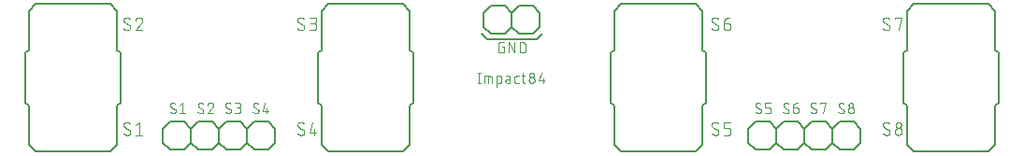
<source format=gbr>
G04 EAGLE Gerber RS-274X export*
G75*
%MOMM*%
%FSLAX34Y34*%
%LPD*%
%INSilkscreen Top*%
%IPPOS*%
%AMOC8*
5,1,8,0,0,1.08239X$1,22.5*%
G01*
%ADD10C,0.101600*%
%ADD11C,0.076200*%
%ADD12C,0.152400*%


D10*
X151903Y20508D02*
X152002Y20510D01*
X152102Y20516D01*
X152201Y20525D01*
X152299Y20538D01*
X152397Y20555D01*
X152495Y20576D01*
X152591Y20601D01*
X152686Y20629D01*
X152780Y20661D01*
X152873Y20696D01*
X152965Y20735D01*
X153055Y20778D01*
X153143Y20823D01*
X153230Y20873D01*
X153314Y20925D01*
X153397Y20981D01*
X153477Y21039D01*
X153555Y21101D01*
X153630Y21166D01*
X153703Y21234D01*
X153773Y21304D01*
X153841Y21377D01*
X153906Y21452D01*
X153968Y21530D01*
X154026Y21610D01*
X154082Y21693D01*
X154134Y21777D01*
X154184Y21864D01*
X154229Y21952D01*
X154272Y22042D01*
X154311Y22134D01*
X154346Y22227D01*
X154378Y22321D01*
X154406Y22416D01*
X154431Y22512D01*
X154452Y22610D01*
X154469Y22708D01*
X154482Y22806D01*
X154491Y22905D01*
X154497Y23005D01*
X154499Y23104D01*
X151903Y20508D02*
X151759Y20510D01*
X151614Y20516D01*
X151470Y20525D01*
X151327Y20538D01*
X151183Y20555D01*
X151040Y20576D01*
X150898Y20601D01*
X150757Y20629D01*
X150616Y20661D01*
X150476Y20697D01*
X150337Y20736D01*
X150199Y20779D01*
X150063Y20826D01*
X149927Y20876D01*
X149793Y20930D01*
X149661Y20987D01*
X149530Y21048D01*
X149401Y21112D01*
X149273Y21180D01*
X149147Y21250D01*
X149023Y21325D01*
X148902Y21402D01*
X148782Y21483D01*
X148664Y21566D01*
X148549Y21653D01*
X148436Y21743D01*
X148325Y21836D01*
X148217Y21931D01*
X148111Y22030D01*
X148008Y22131D01*
X148333Y29596D02*
X148335Y29695D01*
X148341Y29795D01*
X148350Y29894D01*
X148363Y29992D01*
X148380Y30090D01*
X148401Y30188D01*
X148426Y30284D01*
X148454Y30379D01*
X148486Y30473D01*
X148521Y30566D01*
X148560Y30658D01*
X148603Y30748D01*
X148648Y30836D01*
X148698Y30923D01*
X148750Y31007D01*
X148806Y31090D01*
X148864Y31170D01*
X148926Y31248D01*
X148991Y31323D01*
X149059Y31396D01*
X149129Y31466D01*
X149202Y31534D01*
X149277Y31599D01*
X149355Y31661D01*
X149435Y31719D01*
X149518Y31775D01*
X149602Y31827D01*
X149689Y31877D01*
X149777Y31922D01*
X149867Y31965D01*
X149959Y32004D01*
X150052Y32039D01*
X150146Y32071D01*
X150241Y32099D01*
X150338Y32124D01*
X150435Y32145D01*
X150533Y32162D01*
X150631Y32175D01*
X150730Y32184D01*
X150830Y32190D01*
X150929Y32192D01*
X151065Y32190D01*
X151201Y32184D01*
X151337Y32175D01*
X151473Y32162D01*
X151608Y32144D01*
X151742Y32124D01*
X151876Y32099D01*
X152010Y32071D01*
X152142Y32038D01*
X152273Y32003D01*
X152404Y31963D01*
X152533Y31920D01*
X152661Y31874D01*
X152787Y31823D01*
X152913Y31770D01*
X153036Y31712D01*
X153158Y31652D01*
X153278Y31588D01*
X153397Y31520D01*
X153513Y31450D01*
X153627Y31376D01*
X153740Y31299D01*
X153850Y31218D01*
X149631Y27324D02*
X149545Y27377D01*
X149461Y27434D01*
X149379Y27493D01*
X149299Y27556D01*
X149222Y27622D01*
X149147Y27690D01*
X149075Y27762D01*
X149006Y27836D01*
X148940Y27913D01*
X148877Y27992D01*
X148817Y28074D01*
X148760Y28158D01*
X148706Y28244D01*
X148656Y28332D01*
X148609Y28422D01*
X148565Y28513D01*
X148526Y28607D01*
X148489Y28701D01*
X148457Y28797D01*
X148428Y28895D01*
X148403Y28993D01*
X148382Y29092D01*
X148364Y29192D01*
X148351Y29292D01*
X148341Y29393D01*
X148335Y29495D01*
X148333Y29596D01*
X153201Y25376D02*
X153287Y25323D01*
X153371Y25266D01*
X153453Y25207D01*
X153533Y25144D01*
X153610Y25078D01*
X153685Y25010D01*
X153757Y24938D01*
X153826Y24864D01*
X153892Y24787D01*
X153955Y24708D01*
X154015Y24626D01*
X154072Y24542D01*
X154126Y24456D01*
X154176Y24368D01*
X154223Y24278D01*
X154267Y24187D01*
X154306Y24093D01*
X154343Y23999D01*
X154375Y23903D01*
X154404Y23805D01*
X154429Y23707D01*
X154450Y23608D01*
X154468Y23508D01*
X154481Y23408D01*
X154491Y23307D01*
X154497Y23205D01*
X154499Y23104D01*
X153201Y25376D02*
X149631Y27324D01*
X159057Y29596D02*
X162303Y32192D01*
X162303Y20508D01*
X165548Y20508D02*
X159057Y20508D01*
X309403Y115508D02*
X309502Y115510D01*
X309602Y115516D01*
X309701Y115525D01*
X309799Y115538D01*
X309897Y115555D01*
X309995Y115576D01*
X310091Y115601D01*
X310186Y115629D01*
X310280Y115661D01*
X310373Y115696D01*
X310465Y115735D01*
X310555Y115778D01*
X310643Y115823D01*
X310730Y115873D01*
X310814Y115925D01*
X310897Y115981D01*
X310977Y116039D01*
X311055Y116101D01*
X311130Y116166D01*
X311203Y116234D01*
X311273Y116304D01*
X311341Y116377D01*
X311406Y116452D01*
X311468Y116530D01*
X311526Y116610D01*
X311582Y116693D01*
X311634Y116777D01*
X311684Y116864D01*
X311729Y116952D01*
X311772Y117042D01*
X311811Y117134D01*
X311846Y117227D01*
X311878Y117321D01*
X311906Y117416D01*
X311931Y117512D01*
X311952Y117610D01*
X311969Y117708D01*
X311982Y117806D01*
X311991Y117905D01*
X311997Y118005D01*
X311999Y118104D01*
X309403Y115508D02*
X309259Y115510D01*
X309114Y115516D01*
X308970Y115525D01*
X308827Y115538D01*
X308683Y115555D01*
X308540Y115576D01*
X308398Y115601D01*
X308257Y115629D01*
X308116Y115661D01*
X307976Y115697D01*
X307837Y115736D01*
X307699Y115779D01*
X307563Y115826D01*
X307427Y115876D01*
X307293Y115930D01*
X307161Y115987D01*
X307030Y116048D01*
X306901Y116112D01*
X306773Y116180D01*
X306647Y116250D01*
X306523Y116325D01*
X306402Y116402D01*
X306282Y116483D01*
X306164Y116566D01*
X306049Y116653D01*
X305936Y116743D01*
X305825Y116836D01*
X305717Y116931D01*
X305611Y117030D01*
X305508Y117131D01*
X305833Y124596D02*
X305835Y124695D01*
X305841Y124795D01*
X305850Y124894D01*
X305863Y124992D01*
X305880Y125090D01*
X305901Y125188D01*
X305926Y125284D01*
X305954Y125379D01*
X305986Y125473D01*
X306021Y125566D01*
X306060Y125658D01*
X306103Y125748D01*
X306148Y125836D01*
X306198Y125923D01*
X306250Y126007D01*
X306306Y126090D01*
X306364Y126170D01*
X306426Y126248D01*
X306491Y126323D01*
X306559Y126396D01*
X306629Y126466D01*
X306702Y126534D01*
X306777Y126599D01*
X306855Y126661D01*
X306935Y126719D01*
X307018Y126775D01*
X307102Y126827D01*
X307189Y126877D01*
X307277Y126922D01*
X307367Y126965D01*
X307459Y127004D01*
X307552Y127039D01*
X307646Y127071D01*
X307741Y127099D01*
X307838Y127124D01*
X307935Y127145D01*
X308033Y127162D01*
X308131Y127175D01*
X308230Y127184D01*
X308330Y127190D01*
X308429Y127192D01*
X308565Y127190D01*
X308701Y127184D01*
X308837Y127175D01*
X308973Y127162D01*
X309108Y127144D01*
X309242Y127124D01*
X309376Y127099D01*
X309510Y127071D01*
X309642Y127038D01*
X309773Y127003D01*
X309904Y126963D01*
X310033Y126920D01*
X310161Y126874D01*
X310287Y126823D01*
X310413Y126770D01*
X310536Y126712D01*
X310658Y126652D01*
X310778Y126588D01*
X310897Y126520D01*
X311013Y126450D01*
X311127Y126376D01*
X311240Y126299D01*
X311350Y126218D01*
X307131Y122324D02*
X307045Y122377D01*
X306961Y122434D01*
X306879Y122493D01*
X306799Y122556D01*
X306722Y122622D01*
X306647Y122690D01*
X306575Y122762D01*
X306506Y122836D01*
X306440Y122913D01*
X306377Y122992D01*
X306317Y123074D01*
X306260Y123158D01*
X306206Y123244D01*
X306156Y123332D01*
X306109Y123422D01*
X306065Y123513D01*
X306026Y123607D01*
X305989Y123701D01*
X305957Y123797D01*
X305928Y123895D01*
X305903Y123993D01*
X305882Y124092D01*
X305864Y124192D01*
X305851Y124292D01*
X305841Y124393D01*
X305835Y124495D01*
X305833Y124596D01*
X310701Y120376D02*
X310787Y120323D01*
X310871Y120266D01*
X310953Y120207D01*
X311033Y120144D01*
X311110Y120078D01*
X311185Y120010D01*
X311257Y119938D01*
X311326Y119864D01*
X311392Y119787D01*
X311455Y119708D01*
X311515Y119626D01*
X311572Y119542D01*
X311626Y119456D01*
X311676Y119368D01*
X311723Y119278D01*
X311767Y119187D01*
X311806Y119093D01*
X311843Y118999D01*
X311875Y118903D01*
X311904Y118805D01*
X311929Y118707D01*
X311950Y118608D01*
X311968Y118508D01*
X311981Y118408D01*
X311991Y118307D01*
X311997Y118205D01*
X311999Y118104D01*
X310701Y120376D02*
X307131Y122324D01*
X316557Y115508D02*
X319803Y115508D01*
X319916Y115510D01*
X320029Y115516D01*
X320142Y115526D01*
X320255Y115540D01*
X320367Y115557D01*
X320478Y115579D01*
X320588Y115604D01*
X320698Y115634D01*
X320806Y115667D01*
X320913Y115704D01*
X321019Y115744D01*
X321123Y115789D01*
X321226Y115837D01*
X321327Y115888D01*
X321426Y115943D01*
X321523Y116001D01*
X321618Y116063D01*
X321711Y116128D01*
X321801Y116196D01*
X321889Y116267D01*
X321975Y116342D01*
X322058Y116419D01*
X322138Y116499D01*
X322215Y116582D01*
X322290Y116668D01*
X322361Y116756D01*
X322429Y116846D01*
X322494Y116939D01*
X322556Y117034D01*
X322614Y117131D01*
X322669Y117230D01*
X322720Y117331D01*
X322768Y117434D01*
X322813Y117538D01*
X322853Y117644D01*
X322890Y117751D01*
X322923Y117859D01*
X322953Y117969D01*
X322978Y118079D01*
X323000Y118190D01*
X323017Y118302D01*
X323031Y118415D01*
X323041Y118528D01*
X323047Y118641D01*
X323049Y118754D01*
X323047Y118867D01*
X323041Y118980D01*
X323031Y119093D01*
X323017Y119206D01*
X323000Y119318D01*
X322978Y119429D01*
X322953Y119539D01*
X322923Y119649D01*
X322890Y119757D01*
X322853Y119864D01*
X322813Y119970D01*
X322768Y120074D01*
X322720Y120177D01*
X322669Y120278D01*
X322614Y120377D01*
X322556Y120474D01*
X322494Y120569D01*
X322429Y120662D01*
X322361Y120752D01*
X322290Y120840D01*
X322215Y120926D01*
X322138Y121009D01*
X322058Y121089D01*
X321975Y121166D01*
X321889Y121241D01*
X321801Y121312D01*
X321711Y121380D01*
X321618Y121445D01*
X321523Y121507D01*
X321426Y121565D01*
X321327Y121620D01*
X321226Y121671D01*
X321123Y121719D01*
X321019Y121764D01*
X320913Y121804D01*
X320806Y121841D01*
X320698Y121874D01*
X320588Y121904D01*
X320478Y121929D01*
X320367Y121951D01*
X320255Y121968D01*
X320142Y121982D01*
X320029Y121992D01*
X319916Y121998D01*
X319803Y122000D01*
X320452Y127192D02*
X316557Y127192D01*
X320452Y127192D02*
X320553Y127190D01*
X320653Y127184D01*
X320753Y127174D01*
X320853Y127161D01*
X320952Y127143D01*
X321051Y127122D01*
X321148Y127097D01*
X321245Y127068D01*
X321340Y127035D01*
X321434Y126999D01*
X321526Y126959D01*
X321617Y126916D01*
X321706Y126869D01*
X321793Y126819D01*
X321879Y126765D01*
X321962Y126708D01*
X322042Y126648D01*
X322121Y126585D01*
X322197Y126518D01*
X322270Y126449D01*
X322340Y126377D01*
X322408Y126303D01*
X322473Y126226D01*
X322534Y126146D01*
X322593Y126064D01*
X322648Y125980D01*
X322700Y125894D01*
X322749Y125806D01*
X322794Y125716D01*
X322836Y125624D01*
X322874Y125531D01*
X322908Y125436D01*
X322939Y125341D01*
X322966Y125244D01*
X322989Y125146D01*
X323009Y125047D01*
X323024Y124947D01*
X323036Y124847D01*
X323044Y124747D01*
X323048Y124646D01*
X323048Y124546D01*
X323044Y124445D01*
X323036Y124345D01*
X323024Y124245D01*
X323009Y124145D01*
X322989Y124046D01*
X322966Y123948D01*
X322939Y123851D01*
X322908Y123756D01*
X322874Y123661D01*
X322836Y123568D01*
X322794Y123476D01*
X322749Y123386D01*
X322700Y123298D01*
X322648Y123212D01*
X322593Y123128D01*
X322534Y123046D01*
X322473Y122966D01*
X322408Y122889D01*
X322340Y122815D01*
X322270Y122743D01*
X322197Y122674D01*
X322121Y122607D01*
X322042Y122544D01*
X321962Y122484D01*
X321879Y122427D01*
X321793Y122373D01*
X321706Y122323D01*
X321617Y122276D01*
X321526Y122233D01*
X321434Y122193D01*
X321340Y122157D01*
X321245Y122124D01*
X321148Y122095D01*
X321051Y122070D01*
X320952Y122049D01*
X320853Y122031D01*
X320753Y122018D01*
X320653Y122008D01*
X320553Y122002D01*
X320452Y122000D01*
X320452Y121999D02*
X317855Y121999D01*
X684403Y20508D02*
X684502Y20510D01*
X684602Y20516D01*
X684701Y20525D01*
X684799Y20538D01*
X684897Y20555D01*
X684995Y20576D01*
X685091Y20601D01*
X685186Y20629D01*
X685280Y20661D01*
X685373Y20696D01*
X685465Y20735D01*
X685555Y20778D01*
X685643Y20823D01*
X685730Y20873D01*
X685814Y20925D01*
X685897Y20981D01*
X685977Y21039D01*
X686055Y21101D01*
X686130Y21166D01*
X686203Y21234D01*
X686273Y21304D01*
X686341Y21377D01*
X686406Y21452D01*
X686468Y21530D01*
X686526Y21610D01*
X686582Y21693D01*
X686634Y21777D01*
X686684Y21864D01*
X686729Y21952D01*
X686772Y22042D01*
X686811Y22134D01*
X686846Y22227D01*
X686878Y22321D01*
X686906Y22416D01*
X686931Y22512D01*
X686952Y22610D01*
X686969Y22708D01*
X686982Y22806D01*
X686991Y22905D01*
X686997Y23005D01*
X686999Y23104D01*
X684403Y20508D02*
X684259Y20510D01*
X684114Y20516D01*
X683970Y20525D01*
X683827Y20538D01*
X683683Y20555D01*
X683540Y20576D01*
X683398Y20601D01*
X683257Y20629D01*
X683116Y20661D01*
X682976Y20697D01*
X682837Y20736D01*
X682699Y20779D01*
X682563Y20826D01*
X682427Y20876D01*
X682293Y20930D01*
X682161Y20987D01*
X682030Y21048D01*
X681901Y21112D01*
X681773Y21180D01*
X681647Y21250D01*
X681523Y21325D01*
X681402Y21402D01*
X681282Y21483D01*
X681164Y21566D01*
X681049Y21653D01*
X680936Y21743D01*
X680825Y21836D01*
X680717Y21931D01*
X680611Y22030D01*
X680508Y22131D01*
X680833Y29596D02*
X680835Y29695D01*
X680841Y29795D01*
X680850Y29894D01*
X680863Y29992D01*
X680880Y30090D01*
X680901Y30188D01*
X680926Y30284D01*
X680954Y30379D01*
X680986Y30473D01*
X681021Y30566D01*
X681060Y30658D01*
X681103Y30748D01*
X681148Y30836D01*
X681198Y30923D01*
X681250Y31007D01*
X681306Y31090D01*
X681364Y31170D01*
X681426Y31248D01*
X681491Y31323D01*
X681559Y31396D01*
X681629Y31466D01*
X681702Y31534D01*
X681777Y31599D01*
X681855Y31661D01*
X681935Y31719D01*
X682018Y31775D01*
X682102Y31827D01*
X682189Y31877D01*
X682277Y31922D01*
X682367Y31965D01*
X682459Y32004D01*
X682552Y32039D01*
X682646Y32071D01*
X682741Y32099D01*
X682838Y32124D01*
X682935Y32145D01*
X683033Y32162D01*
X683131Y32175D01*
X683230Y32184D01*
X683330Y32190D01*
X683429Y32192D01*
X683565Y32190D01*
X683701Y32184D01*
X683837Y32175D01*
X683973Y32162D01*
X684108Y32144D01*
X684242Y32124D01*
X684376Y32099D01*
X684510Y32071D01*
X684642Y32038D01*
X684773Y32003D01*
X684904Y31963D01*
X685033Y31920D01*
X685161Y31874D01*
X685287Y31823D01*
X685413Y31770D01*
X685536Y31712D01*
X685658Y31652D01*
X685778Y31588D01*
X685897Y31520D01*
X686013Y31450D01*
X686127Y31376D01*
X686240Y31299D01*
X686350Y31218D01*
X682131Y27324D02*
X682045Y27377D01*
X681961Y27434D01*
X681879Y27493D01*
X681799Y27556D01*
X681722Y27622D01*
X681647Y27690D01*
X681575Y27762D01*
X681506Y27836D01*
X681440Y27913D01*
X681377Y27992D01*
X681317Y28074D01*
X681260Y28158D01*
X681206Y28244D01*
X681156Y28332D01*
X681109Y28422D01*
X681065Y28513D01*
X681026Y28607D01*
X680989Y28701D01*
X680957Y28797D01*
X680928Y28895D01*
X680903Y28993D01*
X680882Y29092D01*
X680864Y29192D01*
X680851Y29292D01*
X680841Y29393D01*
X680835Y29495D01*
X680833Y29596D01*
X685701Y25376D02*
X685787Y25323D01*
X685871Y25266D01*
X685953Y25207D01*
X686033Y25144D01*
X686110Y25078D01*
X686185Y25010D01*
X686257Y24938D01*
X686326Y24864D01*
X686392Y24787D01*
X686455Y24708D01*
X686515Y24626D01*
X686572Y24542D01*
X686626Y24456D01*
X686676Y24368D01*
X686723Y24278D01*
X686767Y24187D01*
X686806Y24093D01*
X686843Y23999D01*
X686875Y23903D01*
X686904Y23805D01*
X686929Y23707D01*
X686950Y23608D01*
X686968Y23508D01*
X686981Y23408D01*
X686991Y23307D01*
X686997Y23205D01*
X686999Y23104D01*
X685701Y25376D02*
X682131Y27324D01*
X691557Y20508D02*
X695452Y20508D01*
X695551Y20510D01*
X695651Y20516D01*
X695750Y20525D01*
X695848Y20538D01*
X695946Y20555D01*
X696044Y20576D01*
X696140Y20601D01*
X696235Y20629D01*
X696329Y20661D01*
X696422Y20696D01*
X696514Y20735D01*
X696604Y20778D01*
X696692Y20823D01*
X696779Y20873D01*
X696863Y20925D01*
X696946Y20981D01*
X697026Y21039D01*
X697104Y21101D01*
X697179Y21166D01*
X697252Y21234D01*
X697322Y21304D01*
X697390Y21377D01*
X697455Y21452D01*
X697517Y21530D01*
X697575Y21610D01*
X697631Y21693D01*
X697683Y21777D01*
X697733Y21864D01*
X697778Y21952D01*
X697821Y22042D01*
X697860Y22134D01*
X697895Y22227D01*
X697927Y22321D01*
X697955Y22416D01*
X697980Y22512D01*
X698001Y22610D01*
X698018Y22708D01*
X698031Y22806D01*
X698040Y22905D01*
X698046Y23005D01*
X698048Y23104D01*
X698048Y24403D01*
X698046Y24502D01*
X698040Y24602D01*
X698031Y24701D01*
X698018Y24799D01*
X698001Y24897D01*
X697980Y24995D01*
X697955Y25091D01*
X697927Y25186D01*
X697895Y25280D01*
X697860Y25373D01*
X697821Y25465D01*
X697778Y25555D01*
X697733Y25643D01*
X697683Y25730D01*
X697631Y25814D01*
X697575Y25897D01*
X697517Y25977D01*
X697455Y26055D01*
X697390Y26130D01*
X697322Y26203D01*
X697252Y26273D01*
X697179Y26341D01*
X697104Y26406D01*
X697026Y26468D01*
X696946Y26526D01*
X696863Y26582D01*
X696779Y26634D01*
X696692Y26684D01*
X696604Y26729D01*
X696514Y26772D01*
X696422Y26811D01*
X696329Y26846D01*
X696235Y26878D01*
X696140Y26906D01*
X696044Y26931D01*
X695946Y26952D01*
X695848Y26969D01*
X695750Y26982D01*
X695651Y26991D01*
X695551Y26997D01*
X695452Y26999D01*
X691557Y26999D01*
X691557Y32192D01*
X698048Y32192D01*
X839403Y115508D02*
X839502Y115510D01*
X839602Y115516D01*
X839701Y115525D01*
X839799Y115538D01*
X839897Y115555D01*
X839995Y115576D01*
X840091Y115601D01*
X840186Y115629D01*
X840280Y115661D01*
X840373Y115696D01*
X840465Y115735D01*
X840555Y115778D01*
X840643Y115823D01*
X840730Y115873D01*
X840814Y115925D01*
X840897Y115981D01*
X840977Y116039D01*
X841055Y116101D01*
X841130Y116166D01*
X841203Y116234D01*
X841273Y116304D01*
X841341Y116377D01*
X841406Y116452D01*
X841468Y116530D01*
X841526Y116610D01*
X841582Y116693D01*
X841634Y116777D01*
X841684Y116864D01*
X841729Y116952D01*
X841772Y117042D01*
X841811Y117134D01*
X841846Y117227D01*
X841878Y117321D01*
X841906Y117416D01*
X841931Y117512D01*
X841952Y117610D01*
X841969Y117708D01*
X841982Y117806D01*
X841991Y117905D01*
X841997Y118005D01*
X841999Y118104D01*
X839403Y115508D02*
X839259Y115510D01*
X839114Y115516D01*
X838970Y115525D01*
X838827Y115538D01*
X838683Y115555D01*
X838540Y115576D01*
X838398Y115601D01*
X838257Y115629D01*
X838116Y115661D01*
X837976Y115697D01*
X837837Y115736D01*
X837699Y115779D01*
X837563Y115826D01*
X837427Y115876D01*
X837293Y115930D01*
X837161Y115987D01*
X837030Y116048D01*
X836901Y116112D01*
X836773Y116180D01*
X836647Y116250D01*
X836523Y116325D01*
X836402Y116402D01*
X836282Y116483D01*
X836164Y116566D01*
X836049Y116653D01*
X835936Y116743D01*
X835825Y116836D01*
X835717Y116931D01*
X835611Y117030D01*
X835508Y117131D01*
X835833Y124596D02*
X835835Y124695D01*
X835841Y124795D01*
X835850Y124894D01*
X835863Y124992D01*
X835880Y125090D01*
X835901Y125188D01*
X835926Y125284D01*
X835954Y125379D01*
X835986Y125473D01*
X836021Y125566D01*
X836060Y125658D01*
X836103Y125748D01*
X836148Y125836D01*
X836198Y125923D01*
X836250Y126007D01*
X836306Y126090D01*
X836364Y126170D01*
X836426Y126248D01*
X836491Y126323D01*
X836559Y126396D01*
X836629Y126466D01*
X836702Y126534D01*
X836777Y126599D01*
X836855Y126661D01*
X836935Y126719D01*
X837018Y126775D01*
X837102Y126827D01*
X837189Y126877D01*
X837277Y126922D01*
X837367Y126965D01*
X837459Y127004D01*
X837552Y127039D01*
X837646Y127071D01*
X837741Y127099D01*
X837838Y127124D01*
X837935Y127145D01*
X838033Y127162D01*
X838131Y127175D01*
X838230Y127184D01*
X838330Y127190D01*
X838429Y127192D01*
X838565Y127190D01*
X838701Y127184D01*
X838837Y127175D01*
X838973Y127162D01*
X839108Y127144D01*
X839242Y127124D01*
X839376Y127099D01*
X839510Y127071D01*
X839642Y127038D01*
X839773Y127003D01*
X839904Y126963D01*
X840033Y126920D01*
X840161Y126874D01*
X840287Y126823D01*
X840413Y126770D01*
X840536Y126712D01*
X840658Y126652D01*
X840778Y126588D01*
X840897Y126520D01*
X841013Y126450D01*
X841127Y126376D01*
X841240Y126299D01*
X841350Y126218D01*
X837131Y122324D02*
X837045Y122377D01*
X836961Y122434D01*
X836879Y122493D01*
X836799Y122556D01*
X836722Y122622D01*
X836647Y122690D01*
X836575Y122762D01*
X836506Y122836D01*
X836440Y122913D01*
X836377Y122992D01*
X836317Y123074D01*
X836260Y123158D01*
X836206Y123244D01*
X836156Y123332D01*
X836109Y123422D01*
X836065Y123513D01*
X836026Y123607D01*
X835989Y123701D01*
X835957Y123797D01*
X835928Y123895D01*
X835903Y123993D01*
X835882Y124092D01*
X835864Y124192D01*
X835851Y124292D01*
X835841Y124393D01*
X835835Y124495D01*
X835833Y124596D01*
X840701Y120376D02*
X840787Y120323D01*
X840871Y120266D01*
X840953Y120207D01*
X841033Y120144D01*
X841110Y120078D01*
X841185Y120010D01*
X841257Y119938D01*
X841326Y119864D01*
X841392Y119787D01*
X841455Y119708D01*
X841515Y119626D01*
X841572Y119542D01*
X841626Y119456D01*
X841676Y119368D01*
X841723Y119278D01*
X841767Y119187D01*
X841806Y119093D01*
X841843Y118999D01*
X841875Y118903D01*
X841904Y118805D01*
X841929Y118707D01*
X841950Y118608D01*
X841968Y118508D01*
X841981Y118408D01*
X841991Y118307D01*
X841997Y118205D01*
X841999Y118104D01*
X840701Y120376D02*
X837131Y122324D01*
X846557Y125894D02*
X846557Y127192D01*
X853048Y127192D01*
X849803Y115508D01*
X154499Y118104D02*
X154497Y118005D01*
X154491Y117905D01*
X154482Y117806D01*
X154469Y117708D01*
X154452Y117610D01*
X154431Y117512D01*
X154406Y117416D01*
X154378Y117321D01*
X154346Y117227D01*
X154311Y117134D01*
X154272Y117042D01*
X154229Y116952D01*
X154184Y116864D01*
X154134Y116777D01*
X154082Y116693D01*
X154026Y116610D01*
X153968Y116530D01*
X153906Y116452D01*
X153841Y116377D01*
X153773Y116304D01*
X153703Y116234D01*
X153630Y116166D01*
X153555Y116101D01*
X153477Y116039D01*
X153397Y115981D01*
X153314Y115925D01*
X153230Y115873D01*
X153143Y115823D01*
X153055Y115778D01*
X152965Y115735D01*
X152873Y115696D01*
X152780Y115661D01*
X152686Y115629D01*
X152591Y115601D01*
X152495Y115576D01*
X152397Y115555D01*
X152299Y115538D01*
X152201Y115525D01*
X152102Y115516D01*
X152002Y115510D01*
X151903Y115508D01*
X151759Y115510D01*
X151614Y115516D01*
X151470Y115525D01*
X151327Y115538D01*
X151183Y115555D01*
X151040Y115576D01*
X150898Y115601D01*
X150757Y115629D01*
X150616Y115661D01*
X150476Y115697D01*
X150337Y115736D01*
X150199Y115779D01*
X150063Y115826D01*
X149927Y115876D01*
X149793Y115930D01*
X149661Y115987D01*
X149530Y116048D01*
X149401Y116112D01*
X149273Y116180D01*
X149147Y116250D01*
X149023Y116325D01*
X148902Y116402D01*
X148782Y116483D01*
X148664Y116566D01*
X148549Y116653D01*
X148436Y116743D01*
X148325Y116836D01*
X148217Y116931D01*
X148111Y117030D01*
X148008Y117131D01*
X148333Y124596D02*
X148335Y124695D01*
X148341Y124795D01*
X148350Y124894D01*
X148363Y124992D01*
X148380Y125090D01*
X148401Y125188D01*
X148426Y125284D01*
X148454Y125379D01*
X148486Y125473D01*
X148521Y125566D01*
X148560Y125658D01*
X148603Y125748D01*
X148648Y125836D01*
X148698Y125923D01*
X148750Y126007D01*
X148806Y126090D01*
X148864Y126170D01*
X148926Y126248D01*
X148991Y126323D01*
X149059Y126396D01*
X149129Y126466D01*
X149202Y126534D01*
X149277Y126599D01*
X149355Y126661D01*
X149435Y126719D01*
X149518Y126775D01*
X149602Y126827D01*
X149689Y126877D01*
X149777Y126922D01*
X149867Y126965D01*
X149959Y127004D01*
X150052Y127039D01*
X150146Y127071D01*
X150241Y127099D01*
X150338Y127124D01*
X150435Y127145D01*
X150533Y127162D01*
X150631Y127175D01*
X150730Y127184D01*
X150830Y127190D01*
X150929Y127192D01*
X151065Y127190D01*
X151201Y127184D01*
X151337Y127175D01*
X151473Y127162D01*
X151608Y127144D01*
X151742Y127124D01*
X151876Y127099D01*
X152010Y127071D01*
X152142Y127038D01*
X152273Y127003D01*
X152404Y126963D01*
X152533Y126920D01*
X152661Y126874D01*
X152787Y126823D01*
X152913Y126770D01*
X153036Y126712D01*
X153158Y126652D01*
X153278Y126588D01*
X153397Y126520D01*
X153513Y126450D01*
X153627Y126376D01*
X153740Y126299D01*
X153850Y126218D01*
X149631Y122324D02*
X149545Y122377D01*
X149461Y122434D01*
X149379Y122493D01*
X149299Y122556D01*
X149222Y122622D01*
X149147Y122690D01*
X149075Y122762D01*
X149006Y122836D01*
X148940Y122913D01*
X148877Y122992D01*
X148817Y123074D01*
X148760Y123158D01*
X148706Y123244D01*
X148656Y123332D01*
X148609Y123422D01*
X148565Y123513D01*
X148526Y123607D01*
X148489Y123701D01*
X148457Y123797D01*
X148428Y123895D01*
X148403Y123993D01*
X148382Y124092D01*
X148364Y124192D01*
X148351Y124292D01*
X148341Y124393D01*
X148335Y124495D01*
X148333Y124596D01*
X153201Y120376D02*
X153287Y120323D01*
X153371Y120266D01*
X153453Y120207D01*
X153533Y120144D01*
X153610Y120078D01*
X153685Y120010D01*
X153757Y119938D01*
X153826Y119864D01*
X153892Y119787D01*
X153955Y119708D01*
X154015Y119626D01*
X154072Y119542D01*
X154126Y119456D01*
X154176Y119368D01*
X154223Y119278D01*
X154267Y119187D01*
X154306Y119093D01*
X154343Y118999D01*
X154375Y118903D01*
X154404Y118805D01*
X154429Y118707D01*
X154450Y118608D01*
X154468Y118508D01*
X154481Y118408D01*
X154491Y118307D01*
X154497Y118205D01*
X154499Y118104D01*
X153201Y120376D02*
X149631Y122324D01*
X162627Y127192D02*
X162734Y127190D01*
X162840Y127184D01*
X162946Y127174D01*
X163052Y127161D01*
X163158Y127143D01*
X163262Y127122D01*
X163366Y127097D01*
X163469Y127068D01*
X163570Y127036D01*
X163670Y126999D01*
X163769Y126959D01*
X163867Y126916D01*
X163963Y126869D01*
X164057Y126818D01*
X164149Y126764D01*
X164239Y126707D01*
X164327Y126647D01*
X164412Y126583D01*
X164495Y126516D01*
X164576Y126446D01*
X164654Y126374D01*
X164730Y126298D01*
X164802Y126220D01*
X164872Y126139D01*
X164939Y126056D01*
X165003Y125971D01*
X165063Y125883D01*
X165120Y125793D01*
X165174Y125701D01*
X165225Y125607D01*
X165272Y125511D01*
X165315Y125413D01*
X165355Y125314D01*
X165392Y125214D01*
X165424Y125113D01*
X165453Y125010D01*
X165478Y124906D01*
X165499Y124802D01*
X165517Y124696D01*
X165530Y124590D01*
X165540Y124484D01*
X165546Y124378D01*
X165548Y124271D01*
X162627Y127192D02*
X162506Y127190D01*
X162385Y127184D01*
X162265Y127174D01*
X162144Y127161D01*
X162025Y127143D01*
X161905Y127122D01*
X161787Y127097D01*
X161670Y127068D01*
X161553Y127035D01*
X161438Y126999D01*
X161324Y126958D01*
X161211Y126915D01*
X161099Y126867D01*
X160990Y126816D01*
X160882Y126761D01*
X160775Y126703D01*
X160671Y126642D01*
X160569Y126577D01*
X160469Y126509D01*
X160371Y126438D01*
X160275Y126364D01*
X160182Y126287D01*
X160092Y126206D01*
X160004Y126123D01*
X159919Y126037D01*
X159836Y125948D01*
X159757Y125857D01*
X159680Y125763D01*
X159607Y125667D01*
X159537Y125569D01*
X159470Y125468D01*
X159406Y125365D01*
X159346Y125260D01*
X159289Y125153D01*
X159235Y125045D01*
X159185Y124935D01*
X159139Y124823D01*
X159096Y124710D01*
X159057Y124595D01*
X164575Y121999D02*
X164654Y122076D01*
X164730Y122157D01*
X164803Y122240D01*
X164873Y122325D01*
X164940Y122413D01*
X165004Y122503D01*
X165064Y122595D01*
X165121Y122690D01*
X165175Y122786D01*
X165226Y122884D01*
X165273Y122984D01*
X165317Y123086D01*
X165357Y123189D01*
X165393Y123293D01*
X165425Y123399D01*
X165454Y123505D01*
X165479Y123613D01*
X165501Y123721D01*
X165518Y123831D01*
X165532Y123940D01*
X165541Y124050D01*
X165547Y124161D01*
X165549Y124271D01*
X164574Y121999D02*
X159057Y115508D01*
X165548Y115508D01*
X309403Y20508D02*
X309502Y20510D01*
X309602Y20516D01*
X309701Y20525D01*
X309799Y20538D01*
X309897Y20555D01*
X309995Y20576D01*
X310091Y20601D01*
X310186Y20629D01*
X310280Y20661D01*
X310373Y20696D01*
X310465Y20735D01*
X310555Y20778D01*
X310643Y20823D01*
X310730Y20873D01*
X310814Y20925D01*
X310897Y20981D01*
X310977Y21039D01*
X311055Y21101D01*
X311130Y21166D01*
X311203Y21234D01*
X311273Y21304D01*
X311341Y21377D01*
X311406Y21452D01*
X311468Y21530D01*
X311526Y21610D01*
X311582Y21693D01*
X311634Y21777D01*
X311684Y21864D01*
X311729Y21952D01*
X311772Y22042D01*
X311811Y22134D01*
X311846Y22227D01*
X311878Y22321D01*
X311906Y22416D01*
X311931Y22512D01*
X311952Y22610D01*
X311969Y22708D01*
X311982Y22806D01*
X311991Y22905D01*
X311997Y23005D01*
X311999Y23104D01*
X309403Y20508D02*
X309259Y20510D01*
X309114Y20516D01*
X308970Y20525D01*
X308827Y20538D01*
X308683Y20555D01*
X308540Y20576D01*
X308398Y20601D01*
X308257Y20629D01*
X308116Y20661D01*
X307976Y20697D01*
X307837Y20736D01*
X307699Y20779D01*
X307563Y20826D01*
X307427Y20876D01*
X307293Y20930D01*
X307161Y20987D01*
X307030Y21048D01*
X306901Y21112D01*
X306773Y21180D01*
X306647Y21250D01*
X306523Y21325D01*
X306402Y21402D01*
X306282Y21483D01*
X306164Y21566D01*
X306049Y21653D01*
X305936Y21743D01*
X305825Y21836D01*
X305717Y21931D01*
X305611Y22030D01*
X305508Y22131D01*
X305833Y29596D02*
X305835Y29695D01*
X305841Y29795D01*
X305850Y29894D01*
X305863Y29992D01*
X305880Y30090D01*
X305901Y30188D01*
X305926Y30284D01*
X305954Y30379D01*
X305986Y30473D01*
X306021Y30566D01*
X306060Y30658D01*
X306103Y30748D01*
X306148Y30836D01*
X306198Y30923D01*
X306250Y31007D01*
X306306Y31090D01*
X306364Y31170D01*
X306426Y31248D01*
X306491Y31323D01*
X306559Y31396D01*
X306629Y31466D01*
X306702Y31534D01*
X306777Y31599D01*
X306855Y31661D01*
X306935Y31719D01*
X307018Y31775D01*
X307102Y31827D01*
X307189Y31877D01*
X307277Y31922D01*
X307367Y31965D01*
X307459Y32004D01*
X307552Y32039D01*
X307646Y32071D01*
X307741Y32099D01*
X307838Y32124D01*
X307935Y32145D01*
X308033Y32162D01*
X308131Y32175D01*
X308230Y32184D01*
X308330Y32190D01*
X308429Y32192D01*
X308565Y32190D01*
X308701Y32184D01*
X308837Y32175D01*
X308973Y32162D01*
X309108Y32144D01*
X309242Y32124D01*
X309376Y32099D01*
X309510Y32071D01*
X309642Y32038D01*
X309773Y32003D01*
X309904Y31963D01*
X310033Y31920D01*
X310161Y31874D01*
X310287Y31823D01*
X310413Y31770D01*
X310536Y31712D01*
X310658Y31652D01*
X310778Y31588D01*
X310897Y31520D01*
X311013Y31450D01*
X311127Y31376D01*
X311240Y31299D01*
X311350Y31218D01*
X307131Y27324D02*
X307045Y27377D01*
X306961Y27434D01*
X306879Y27493D01*
X306799Y27556D01*
X306722Y27622D01*
X306647Y27690D01*
X306575Y27762D01*
X306506Y27836D01*
X306440Y27913D01*
X306377Y27992D01*
X306317Y28074D01*
X306260Y28158D01*
X306206Y28244D01*
X306156Y28332D01*
X306109Y28422D01*
X306065Y28513D01*
X306026Y28607D01*
X305989Y28701D01*
X305957Y28797D01*
X305928Y28895D01*
X305903Y28993D01*
X305882Y29092D01*
X305864Y29192D01*
X305851Y29292D01*
X305841Y29393D01*
X305835Y29495D01*
X305833Y29596D01*
X310701Y25376D02*
X310787Y25323D01*
X310871Y25266D01*
X310953Y25207D01*
X311033Y25144D01*
X311110Y25078D01*
X311185Y25010D01*
X311257Y24938D01*
X311326Y24864D01*
X311392Y24787D01*
X311455Y24708D01*
X311515Y24626D01*
X311572Y24542D01*
X311626Y24456D01*
X311676Y24368D01*
X311723Y24278D01*
X311767Y24187D01*
X311806Y24093D01*
X311843Y23999D01*
X311875Y23903D01*
X311904Y23805D01*
X311929Y23707D01*
X311950Y23608D01*
X311968Y23508D01*
X311981Y23408D01*
X311991Y23307D01*
X311997Y23205D01*
X311999Y23104D01*
X310701Y25376D02*
X307131Y27324D01*
X316557Y23104D02*
X319153Y32192D01*
X316557Y23104D02*
X323048Y23104D01*
X321101Y25701D02*
X321101Y20508D01*
X684403Y115508D02*
X684502Y115510D01*
X684602Y115516D01*
X684701Y115525D01*
X684799Y115538D01*
X684897Y115555D01*
X684995Y115576D01*
X685091Y115601D01*
X685186Y115629D01*
X685280Y115661D01*
X685373Y115696D01*
X685465Y115735D01*
X685555Y115778D01*
X685643Y115823D01*
X685730Y115873D01*
X685814Y115925D01*
X685897Y115981D01*
X685977Y116039D01*
X686055Y116101D01*
X686130Y116166D01*
X686203Y116234D01*
X686273Y116304D01*
X686341Y116377D01*
X686406Y116452D01*
X686468Y116530D01*
X686526Y116610D01*
X686582Y116693D01*
X686634Y116777D01*
X686684Y116864D01*
X686729Y116952D01*
X686772Y117042D01*
X686811Y117134D01*
X686846Y117227D01*
X686878Y117321D01*
X686906Y117416D01*
X686931Y117512D01*
X686952Y117610D01*
X686969Y117708D01*
X686982Y117806D01*
X686991Y117905D01*
X686997Y118005D01*
X686999Y118104D01*
X684403Y115508D02*
X684259Y115510D01*
X684114Y115516D01*
X683970Y115525D01*
X683827Y115538D01*
X683683Y115555D01*
X683540Y115576D01*
X683398Y115601D01*
X683257Y115629D01*
X683116Y115661D01*
X682976Y115697D01*
X682837Y115736D01*
X682699Y115779D01*
X682563Y115826D01*
X682427Y115876D01*
X682293Y115930D01*
X682161Y115987D01*
X682030Y116048D01*
X681901Y116112D01*
X681773Y116180D01*
X681647Y116250D01*
X681523Y116325D01*
X681402Y116402D01*
X681282Y116483D01*
X681164Y116566D01*
X681049Y116653D01*
X680936Y116743D01*
X680825Y116836D01*
X680717Y116931D01*
X680611Y117030D01*
X680508Y117131D01*
X680833Y124596D02*
X680835Y124695D01*
X680841Y124795D01*
X680850Y124894D01*
X680863Y124992D01*
X680880Y125090D01*
X680901Y125188D01*
X680926Y125284D01*
X680954Y125379D01*
X680986Y125473D01*
X681021Y125566D01*
X681060Y125658D01*
X681103Y125748D01*
X681148Y125836D01*
X681198Y125923D01*
X681250Y126007D01*
X681306Y126090D01*
X681364Y126170D01*
X681426Y126248D01*
X681491Y126323D01*
X681559Y126396D01*
X681629Y126466D01*
X681702Y126534D01*
X681777Y126599D01*
X681855Y126661D01*
X681935Y126719D01*
X682018Y126775D01*
X682102Y126827D01*
X682189Y126877D01*
X682277Y126922D01*
X682367Y126965D01*
X682459Y127004D01*
X682552Y127039D01*
X682646Y127071D01*
X682741Y127099D01*
X682838Y127124D01*
X682935Y127145D01*
X683033Y127162D01*
X683131Y127175D01*
X683230Y127184D01*
X683330Y127190D01*
X683429Y127192D01*
X683565Y127190D01*
X683701Y127184D01*
X683837Y127175D01*
X683973Y127162D01*
X684108Y127144D01*
X684242Y127124D01*
X684376Y127099D01*
X684510Y127071D01*
X684642Y127038D01*
X684773Y127003D01*
X684904Y126963D01*
X685033Y126920D01*
X685161Y126874D01*
X685287Y126823D01*
X685413Y126770D01*
X685536Y126712D01*
X685658Y126652D01*
X685778Y126588D01*
X685897Y126520D01*
X686013Y126450D01*
X686127Y126376D01*
X686240Y126299D01*
X686350Y126218D01*
X682131Y122324D02*
X682045Y122377D01*
X681961Y122434D01*
X681879Y122493D01*
X681799Y122556D01*
X681722Y122622D01*
X681647Y122690D01*
X681575Y122762D01*
X681506Y122836D01*
X681440Y122913D01*
X681377Y122992D01*
X681317Y123074D01*
X681260Y123158D01*
X681206Y123244D01*
X681156Y123332D01*
X681109Y123422D01*
X681065Y123513D01*
X681026Y123607D01*
X680989Y123701D01*
X680957Y123797D01*
X680928Y123895D01*
X680903Y123993D01*
X680882Y124092D01*
X680864Y124192D01*
X680851Y124292D01*
X680841Y124393D01*
X680835Y124495D01*
X680833Y124596D01*
X685701Y120376D02*
X685787Y120323D01*
X685871Y120266D01*
X685953Y120207D01*
X686033Y120144D01*
X686110Y120078D01*
X686185Y120010D01*
X686257Y119938D01*
X686326Y119864D01*
X686392Y119787D01*
X686455Y119708D01*
X686515Y119626D01*
X686572Y119542D01*
X686626Y119456D01*
X686676Y119368D01*
X686723Y119278D01*
X686767Y119187D01*
X686806Y119093D01*
X686843Y118999D01*
X686875Y118903D01*
X686904Y118805D01*
X686929Y118707D01*
X686950Y118608D01*
X686968Y118508D01*
X686981Y118408D01*
X686991Y118307D01*
X686997Y118205D01*
X686999Y118104D01*
X685701Y120376D02*
X682131Y122324D01*
X691557Y121999D02*
X695452Y121999D01*
X695551Y121997D01*
X695651Y121991D01*
X695750Y121982D01*
X695848Y121969D01*
X695946Y121952D01*
X696044Y121931D01*
X696140Y121906D01*
X696235Y121878D01*
X696329Y121846D01*
X696422Y121811D01*
X696514Y121772D01*
X696604Y121729D01*
X696692Y121684D01*
X696779Y121634D01*
X696863Y121582D01*
X696946Y121526D01*
X697026Y121468D01*
X697104Y121406D01*
X697179Y121341D01*
X697252Y121273D01*
X697322Y121203D01*
X697390Y121130D01*
X697455Y121055D01*
X697517Y120977D01*
X697575Y120897D01*
X697631Y120814D01*
X697683Y120730D01*
X697733Y120643D01*
X697778Y120555D01*
X697821Y120465D01*
X697860Y120373D01*
X697895Y120280D01*
X697927Y120186D01*
X697955Y120091D01*
X697980Y119995D01*
X698001Y119897D01*
X698018Y119799D01*
X698031Y119701D01*
X698040Y119602D01*
X698046Y119502D01*
X698048Y119403D01*
X698048Y118754D01*
X698049Y118754D02*
X698047Y118641D01*
X698041Y118528D01*
X698031Y118415D01*
X698017Y118302D01*
X698000Y118190D01*
X697978Y118079D01*
X697953Y117969D01*
X697923Y117859D01*
X697890Y117751D01*
X697853Y117644D01*
X697813Y117538D01*
X697768Y117434D01*
X697720Y117331D01*
X697669Y117230D01*
X697614Y117131D01*
X697556Y117034D01*
X697494Y116939D01*
X697429Y116846D01*
X697361Y116756D01*
X697290Y116668D01*
X697215Y116582D01*
X697138Y116499D01*
X697058Y116419D01*
X696975Y116342D01*
X696889Y116267D01*
X696801Y116196D01*
X696711Y116128D01*
X696618Y116063D01*
X696523Y116001D01*
X696426Y115943D01*
X696327Y115888D01*
X696226Y115837D01*
X696123Y115789D01*
X696019Y115744D01*
X695913Y115704D01*
X695806Y115667D01*
X695698Y115634D01*
X695588Y115604D01*
X695478Y115579D01*
X695367Y115557D01*
X695255Y115540D01*
X695142Y115526D01*
X695029Y115516D01*
X694916Y115510D01*
X694803Y115508D01*
X694690Y115510D01*
X694577Y115516D01*
X694464Y115526D01*
X694351Y115540D01*
X694239Y115557D01*
X694128Y115579D01*
X694018Y115604D01*
X693908Y115634D01*
X693800Y115667D01*
X693693Y115704D01*
X693587Y115744D01*
X693483Y115789D01*
X693380Y115837D01*
X693279Y115888D01*
X693180Y115943D01*
X693083Y116001D01*
X692988Y116063D01*
X692895Y116128D01*
X692805Y116196D01*
X692717Y116267D01*
X692631Y116342D01*
X692548Y116419D01*
X692468Y116499D01*
X692391Y116582D01*
X692316Y116668D01*
X692245Y116756D01*
X692177Y116846D01*
X692112Y116939D01*
X692050Y117034D01*
X691992Y117131D01*
X691937Y117230D01*
X691886Y117331D01*
X691838Y117434D01*
X691793Y117538D01*
X691753Y117644D01*
X691716Y117751D01*
X691683Y117859D01*
X691653Y117969D01*
X691628Y118079D01*
X691606Y118190D01*
X691589Y118302D01*
X691575Y118415D01*
X691565Y118528D01*
X691559Y118641D01*
X691557Y118754D01*
X691557Y121999D01*
X691559Y122142D01*
X691565Y122285D01*
X691575Y122428D01*
X691589Y122570D01*
X691606Y122712D01*
X691628Y122854D01*
X691653Y122995D01*
X691683Y123135D01*
X691716Y123274D01*
X691753Y123412D01*
X691794Y123549D01*
X691838Y123685D01*
X691887Y123820D01*
X691939Y123953D01*
X691994Y124085D01*
X692054Y124215D01*
X692117Y124344D01*
X692183Y124471D01*
X692253Y124595D01*
X692326Y124718D01*
X692403Y124839D01*
X692483Y124958D01*
X692566Y125074D01*
X692652Y125189D01*
X692741Y125300D01*
X692834Y125410D01*
X692929Y125516D01*
X693028Y125620D01*
X693129Y125721D01*
X693233Y125820D01*
X693339Y125915D01*
X693449Y126008D01*
X693560Y126097D01*
X693675Y126183D01*
X693791Y126266D01*
X693910Y126346D01*
X694031Y126423D01*
X694153Y126496D01*
X694278Y126566D01*
X694405Y126632D01*
X694534Y126695D01*
X694664Y126755D01*
X694796Y126810D01*
X694929Y126862D01*
X695064Y126911D01*
X695200Y126955D01*
X695337Y126996D01*
X695475Y127033D01*
X695614Y127066D01*
X695754Y127096D01*
X695895Y127121D01*
X696037Y127143D01*
X696179Y127160D01*
X696321Y127174D01*
X696464Y127184D01*
X696607Y127190D01*
X696750Y127192D01*
X839403Y20508D02*
X839502Y20510D01*
X839602Y20516D01*
X839701Y20525D01*
X839799Y20538D01*
X839897Y20555D01*
X839995Y20576D01*
X840091Y20601D01*
X840186Y20629D01*
X840280Y20661D01*
X840373Y20696D01*
X840465Y20735D01*
X840555Y20778D01*
X840643Y20823D01*
X840730Y20873D01*
X840814Y20925D01*
X840897Y20981D01*
X840977Y21039D01*
X841055Y21101D01*
X841130Y21166D01*
X841203Y21234D01*
X841273Y21304D01*
X841341Y21377D01*
X841406Y21452D01*
X841468Y21530D01*
X841526Y21610D01*
X841582Y21693D01*
X841634Y21777D01*
X841684Y21864D01*
X841729Y21952D01*
X841772Y22042D01*
X841811Y22134D01*
X841846Y22227D01*
X841878Y22321D01*
X841906Y22416D01*
X841931Y22512D01*
X841952Y22610D01*
X841969Y22708D01*
X841982Y22806D01*
X841991Y22905D01*
X841997Y23005D01*
X841999Y23104D01*
X839403Y20508D02*
X839259Y20510D01*
X839114Y20516D01*
X838970Y20525D01*
X838827Y20538D01*
X838683Y20555D01*
X838540Y20576D01*
X838398Y20601D01*
X838257Y20629D01*
X838116Y20661D01*
X837976Y20697D01*
X837837Y20736D01*
X837699Y20779D01*
X837563Y20826D01*
X837427Y20876D01*
X837293Y20930D01*
X837161Y20987D01*
X837030Y21048D01*
X836901Y21112D01*
X836773Y21180D01*
X836647Y21250D01*
X836523Y21325D01*
X836402Y21402D01*
X836282Y21483D01*
X836164Y21566D01*
X836049Y21653D01*
X835936Y21743D01*
X835825Y21836D01*
X835717Y21931D01*
X835611Y22030D01*
X835508Y22131D01*
X835833Y29596D02*
X835835Y29695D01*
X835841Y29795D01*
X835850Y29894D01*
X835863Y29992D01*
X835880Y30090D01*
X835901Y30188D01*
X835926Y30284D01*
X835954Y30379D01*
X835986Y30473D01*
X836021Y30566D01*
X836060Y30658D01*
X836103Y30748D01*
X836148Y30836D01*
X836198Y30923D01*
X836250Y31007D01*
X836306Y31090D01*
X836364Y31170D01*
X836426Y31248D01*
X836491Y31323D01*
X836559Y31396D01*
X836629Y31466D01*
X836702Y31534D01*
X836777Y31599D01*
X836855Y31661D01*
X836935Y31719D01*
X837018Y31775D01*
X837102Y31827D01*
X837189Y31877D01*
X837277Y31922D01*
X837367Y31965D01*
X837459Y32004D01*
X837552Y32039D01*
X837646Y32071D01*
X837741Y32099D01*
X837838Y32124D01*
X837935Y32145D01*
X838033Y32162D01*
X838131Y32175D01*
X838230Y32184D01*
X838330Y32190D01*
X838429Y32192D01*
X838565Y32190D01*
X838701Y32184D01*
X838837Y32175D01*
X838973Y32162D01*
X839108Y32144D01*
X839242Y32124D01*
X839376Y32099D01*
X839510Y32071D01*
X839642Y32038D01*
X839773Y32003D01*
X839904Y31963D01*
X840033Y31920D01*
X840161Y31874D01*
X840287Y31823D01*
X840413Y31770D01*
X840536Y31712D01*
X840658Y31652D01*
X840778Y31588D01*
X840897Y31520D01*
X841013Y31450D01*
X841127Y31376D01*
X841240Y31299D01*
X841350Y31218D01*
X837131Y27324D02*
X837045Y27377D01*
X836961Y27434D01*
X836879Y27493D01*
X836799Y27556D01*
X836722Y27622D01*
X836647Y27690D01*
X836575Y27762D01*
X836506Y27836D01*
X836440Y27913D01*
X836377Y27992D01*
X836317Y28074D01*
X836260Y28158D01*
X836206Y28244D01*
X836156Y28332D01*
X836109Y28422D01*
X836065Y28513D01*
X836026Y28607D01*
X835989Y28701D01*
X835957Y28797D01*
X835928Y28895D01*
X835903Y28993D01*
X835882Y29092D01*
X835864Y29192D01*
X835851Y29292D01*
X835841Y29393D01*
X835835Y29495D01*
X835833Y29596D01*
X840701Y25376D02*
X840787Y25323D01*
X840871Y25266D01*
X840953Y25207D01*
X841033Y25144D01*
X841110Y25078D01*
X841185Y25010D01*
X841257Y24938D01*
X841326Y24864D01*
X841392Y24787D01*
X841455Y24708D01*
X841515Y24626D01*
X841572Y24542D01*
X841626Y24456D01*
X841676Y24368D01*
X841723Y24278D01*
X841767Y24187D01*
X841806Y24093D01*
X841843Y23999D01*
X841875Y23903D01*
X841904Y23805D01*
X841929Y23707D01*
X841950Y23608D01*
X841968Y23508D01*
X841981Y23408D01*
X841991Y23307D01*
X841997Y23205D01*
X841999Y23104D01*
X840701Y25376D02*
X837131Y27324D01*
X846557Y23754D02*
X846559Y23867D01*
X846565Y23980D01*
X846575Y24093D01*
X846589Y24206D01*
X846606Y24318D01*
X846628Y24429D01*
X846653Y24539D01*
X846683Y24649D01*
X846716Y24757D01*
X846753Y24864D01*
X846793Y24970D01*
X846838Y25074D01*
X846886Y25177D01*
X846937Y25278D01*
X846992Y25377D01*
X847050Y25474D01*
X847112Y25569D01*
X847177Y25662D01*
X847245Y25752D01*
X847316Y25840D01*
X847391Y25926D01*
X847468Y26009D01*
X847548Y26089D01*
X847631Y26166D01*
X847717Y26241D01*
X847805Y26312D01*
X847895Y26380D01*
X847988Y26445D01*
X848083Y26507D01*
X848180Y26565D01*
X848279Y26620D01*
X848380Y26671D01*
X848483Y26719D01*
X848587Y26764D01*
X848693Y26804D01*
X848800Y26841D01*
X848908Y26874D01*
X849018Y26904D01*
X849128Y26929D01*
X849239Y26951D01*
X849351Y26968D01*
X849464Y26982D01*
X849577Y26992D01*
X849690Y26998D01*
X849803Y27000D01*
X849916Y26998D01*
X850029Y26992D01*
X850142Y26982D01*
X850255Y26968D01*
X850367Y26951D01*
X850478Y26929D01*
X850588Y26904D01*
X850698Y26874D01*
X850806Y26841D01*
X850913Y26804D01*
X851019Y26764D01*
X851123Y26719D01*
X851226Y26671D01*
X851327Y26620D01*
X851426Y26565D01*
X851523Y26507D01*
X851618Y26445D01*
X851711Y26380D01*
X851801Y26312D01*
X851889Y26241D01*
X851975Y26166D01*
X852058Y26089D01*
X852138Y26009D01*
X852215Y25926D01*
X852290Y25840D01*
X852361Y25752D01*
X852429Y25662D01*
X852494Y25569D01*
X852556Y25474D01*
X852614Y25377D01*
X852669Y25278D01*
X852720Y25177D01*
X852768Y25074D01*
X852813Y24970D01*
X852853Y24864D01*
X852890Y24757D01*
X852923Y24649D01*
X852953Y24539D01*
X852978Y24429D01*
X853000Y24318D01*
X853017Y24206D01*
X853031Y24093D01*
X853041Y23980D01*
X853047Y23867D01*
X853049Y23754D01*
X853047Y23641D01*
X853041Y23528D01*
X853031Y23415D01*
X853017Y23302D01*
X853000Y23190D01*
X852978Y23079D01*
X852953Y22969D01*
X852923Y22859D01*
X852890Y22751D01*
X852853Y22644D01*
X852813Y22538D01*
X852768Y22434D01*
X852720Y22331D01*
X852669Y22230D01*
X852614Y22131D01*
X852556Y22034D01*
X852494Y21939D01*
X852429Y21846D01*
X852361Y21756D01*
X852290Y21668D01*
X852215Y21582D01*
X852138Y21499D01*
X852058Y21419D01*
X851975Y21342D01*
X851889Y21267D01*
X851801Y21196D01*
X851711Y21128D01*
X851618Y21063D01*
X851523Y21001D01*
X851426Y20943D01*
X851327Y20888D01*
X851226Y20837D01*
X851123Y20789D01*
X851019Y20744D01*
X850913Y20704D01*
X850806Y20667D01*
X850698Y20634D01*
X850588Y20604D01*
X850478Y20579D01*
X850367Y20557D01*
X850255Y20540D01*
X850142Y20526D01*
X850029Y20516D01*
X849916Y20510D01*
X849803Y20508D01*
X849690Y20510D01*
X849577Y20516D01*
X849464Y20526D01*
X849351Y20540D01*
X849239Y20557D01*
X849128Y20579D01*
X849018Y20604D01*
X848908Y20634D01*
X848800Y20667D01*
X848693Y20704D01*
X848587Y20744D01*
X848483Y20789D01*
X848380Y20837D01*
X848279Y20888D01*
X848180Y20943D01*
X848083Y21001D01*
X847988Y21063D01*
X847895Y21128D01*
X847805Y21196D01*
X847717Y21267D01*
X847631Y21342D01*
X847548Y21419D01*
X847468Y21499D01*
X847391Y21582D01*
X847316Y21668D01*
X847245Y21756D01*
X847177Y21846D01*
X847112Y21939D01*
X847050Y22034D01*
X846992Y22131D01*
X846937Y22230D01*
X846886Y22331D01*
X846838Y22434D01*
X846793Y22538D01*
X846753Y22644D01*
X846716Y22751D01*
X846683Y22859D01*
X846653Y22969D01*
X846628Y23079D01*
X846606Y23190D01*
X846589Y23302D01*
X846575Y23415D01*
X846565Y23528D01*
X846559Y23641D01*
X846557Y23754D01*
X847207Y29596D02*
X847209Y29697D01*
X847215Y29797D01*
X847225Y29897D01*
X847238Y29997D01*
X847256Y30096D01*
X847277Y30195D01*
X847302Y30292D01*
X847331Y30389D01*
X847364Y30484D01*
X847400Y30578D01*
X847440Y30670D01*
X847483Y30761D01*
X847530Y30850D01*
X847580Y30937D01*
X847634Y31023D01*
X847691Y31106D01*
X847751Y31186D01*
X847814Y31265D01*
X847881Y31341D01*
X847950Y31414D01*
X848022Y31484D01*
X848096Y31552D01*
X848173Y31617D01*
X848253Y31678D01*
X848335Y31737D01*
X848419Y31792D01*
X848505Y31844D01*
X848593Y31893D01*
X848683Y31938D01*
X848775Y31980D01*
X848868Y32018D01*
X848963Y32052D01*
X849058Y32083D01*
X849155Y32110D01*
X849253Y32133D01*
X849352Y32153D01*
X849452Y32168D01*
X849552Y32180D01*
X849652Y32188D01*
X849753Y32192D01*
X849853Y32192D01*
X849954Y32188D01*
X850054Y32180D01*
X850154Y32168D01*
X850254Y32153D01*
X850353Y32133D01*
X850451Y32110D01*
X850548Y32083D01*
X850643Y32052D01*
X850738Y32018D01*
X850831Y31980D01*
X850923Y31938D01*
X851013Y31893D01*
X851101Y31844D01*
X851187Y31792D01*
X851271Y31737D01*
X851353Y31678D01*
X851433Y31617D01*
X851510Y31552D01*
X851584Y31484D01*
X851656Y31414D01*
X851725Y31341D01*
X851792Y31265D01*
X851855Y31186D01*
X851915Y31106D01*
X851972Y31023D01*
X852026Y30937D01*
X852076Y30850D01*
X852123Y30761D01*
X852166Y30670D01*
X852206Y30578D01*
X852242Y30484D01*
X852275Y30389D01*
X852304Y30292D01*
X852329Y30195D01*
X852350Y30096D01*
X852368Y29997D01*
X852381Y29897D01*
X852391Y29797D01*
X852397Y29697D01*
X852399Y29596D01*
X852397Y29495D01*
X852391Y29395D01*
X852381Y29295D01*
X852368Y29195D01*
X852350Y29096D01*
X852329Y28997D01*
X852304Y28900D01*
X852275Y28803D01*
X852242Y28708D01*
X852206Y28614D01*
X852166Y28522D01*
X852123Y28431D01*
X852076Y28342D01*
X852026Y28255D01*
X851972Y28169D01*
X851915Y28086D01*
X851855Y28006D01*
X851792Y27927D01*
X851725Y27851D01*
X851656Y27778D01*
X851584Y27708D01*
X851510Y27640D01*
X851433Y27575D01*
X851353Y27514D01*
X851271Y27455D01*
X851187Y27400D01*
X851101Y27348D01*
X851013Y27299D01*
X850923Y27254D01*
X850831Y27212D01*
X850738Y27174D01*
X850643Y27140D01*
X850548Y27109D01*
X850451Y27082D01*
X850353Y27059D01*
X850254Y27039D01*
X850154Y27024D01*
X850054Y27012D01*
X849954Y27004D01*
X849853Y27000D01*
X849753Y27000D01*
X849652Y27004D01*
X849552Y27012D01*
X849452Y27024D01*
X849352Y27039D01*
X849253Y27059D01*
X849155Y27082D01*
X849058Y27109D01*
X848963Y27140D01*
X848868Y27174D01*
X848775Y27212D01*
X848683Y27254D01*
X848593Y27299D01*
X848505Y27348D01*
X848419Y27400D01*
X848335Y27455D01*
X848253Y27514D01*
X848173Y27575D01*
X848096Y27640D01*
X848022Y27708D01*
X847950Y27778D01*
X847881Y27851D01*
X847814Y27927D01*
X847751Y28006D01*
X847691Y28086D01*
X847634Y28169D01*
X847580Y28255D01*
X847530Y28342D01*
X847483Y28431D01*
X847440Y28522D01*
X847400Y28614D01*
X847364Y28708D01*
X847331Y28803D01*
X847302Y28900D01*
X847277Y28997D01*
X847256Y29096D01*
X847238Y29195D01*
X847225Y29295D01*
X847215Y29395D01*
X847209Y29495D01*
X847207Y29596D01*
D11*
X195602Y42469D02*
X195600Y42380D01*
X195594Y42292D01*
X195585Y42204D01*
X195572Y42116D01*
X195555Y42029D01*
X195535Y41943D01*
X195510Y41858D01*
X195483Y41773D01*
X195451Y41690D01*
X195417Y41609D01*
X195378Y41529D01*
X195337Y41451D01*
X195292Y41374D01*
X195244Y41300D01*
X195193Y41227D01*
X195139Y41157D01*
X195081Y41090D01*
X195021Y41024D01*
X194959Y40962D01*
X194893Y40902D01*
X194826Y40844D01*
X194756Y40790D01*
X194683Y40739D01*
X194609Y40691D01*
X194532Y40646D01*
X194454Y40605D01*
X194374Y40566D01*
X194293Y40532D01*
X194210Y40500D01*
X194125Y40473D01*
X194040Y40448D01*
X193954Y40428D01*
X193867Y40411D01*
X193779Y40398D01*
X193691Y40389D01*
X193603Y40383D01*
X193514Y40381D01*
X193385Y40383D01*
X193256Y40389D01*
X193127Y40398D01*
X192999Y40411D01*
X192871Y40428D01*
X192744Y40449D01*
X192617Y40473D01*
X192491Y40501D01*
X192366Y40533D01*
X192242Y40568D01*
X192119Y40607D01*
X191997Y40650D01*
X191877Y40696D01*
X191758Y40746D01*
X191640Y40799D01*
X191524Y40855D01*
X191410Y40915D01*
X191297Y40978D01*
X191187Y41045D01*
X191078Y41114D01*
X190972Y41187D01*
X190867Y41263D01*
X190765Y41342D01*
X190666Y41424D01*
X190568Y41508D01*
X190473Y41596D01*
X190381Y41686D01*
X190642Y47691D02*
X190644Y47780D01*
X190650Y47868D01*
X190659Y47956D01*
X190672Y48044D01*
X190689Y48131D01*
X190709Y48217D01*
X190734Y48302D01*
X190761Y48387D01*
X190793Y48470D01*
X190827Y48551D01*
X190866Y48631D01*
X190907Y48709D01*
X190952Y48786D01*
X191000Y48860D01*
X191051Y48933D01*
X191105Y49003D01*
X191163Y49070D01*
X191223Y49136D01*
X191285Y49198D01*
X191351Y49258D01*
X191418Y49316D01*
X191488Y49370D01*
X191561Y49421D01*
X191635Y49469D01*
X191712Y49514D01*
X191790Y49555D01*
X191870Y49594D01*
X191951Y49628D01*
X192034Y49660D01*
X192119Y49687D01*
X192204Y49712D01*
X192290Y49732D01*
X192377Y49749D01*
X192465Y49762D01*
X192553Y49771D01*
X192641Y49777D01*
X192730Y49779D01*
X192850Y49777D01*
X192970Y49772D01*
X193090Y49762D01*
X193209Y49750D01*
X193328Y49733D01*
X193446Y49713D01*
X193564Y49689D01*
X193680Y49662D01*
X193796Y49631D01*
X193911Y49597D01*
X194025Y49559D01*
X194138Y49517D01*
X194249Y49472D01*
X194359Y49424D01*
X194467Y49373D01*
X194574Y49318D01*
X194679Y49260D01*
X194782Y49198D01*
X194883Y49134D01*
X194983Y49066D01*
X195080Y48996D01*
X191686Y45864D02*
X191608Y45912D01*
X191532Y45964D01*
X191459Y46018D01*
X191388Y46076D01*
X191319Y46137D01*
X191253Y46201D01*
X191190Y46268D01*
X191130Y46337D01*
X191073Y46409D01*
X191019Y46483D01*
X190969Y46560D01*
X190921Y46639D01*
X190878Y46719D01*
X190837Y46802D01*
X190801Y46886D01*
X190768Y46971D01*
X190739Y47058D01*
X190713Y47147D01*
X190691Y47236D01*
X190674Y47326D01*
X190660Y47416D01*
X190650Y47508D01*
X190644Y47599D01*
X190642Y47691D01*
X194558Y44296D02*
X194636Y44248D01*
X194712Y44196D01*
X194785Y44142D01*
X194856Y44084D01*
X194925Y44023D01*
X194991Y43959D01*
X195054Y43892D01*
X195114Y43823D01*
X195171Y43751D01*
X195225Y43677D01*
X195275Y43600D01*
X195323Y43521D01*
X195366Y43441D01*
X195407Y43358D01*
X195443Y43274D01*
X195476Y43189D01*
X195505Y43102D01*
X195531Y43013D01*
X195553Y42924D01*
X195570Y42834D01*
X195584Y42744D01*
X195594Y42652D01*
X195600Y42561D01*
X195602Y42469D01*
X194558Y44297D02*
X191686Y45863D01*
X199220Y47691D02*
X201831Y49779D01*
X201831Y40381D01*
X204441Y40381D02*
X199220Y40381D01*
X218514Y40381D02*
X218603Y40383D01*
X218691Y40389D01*
X218779Y40398D01*
X218867Y40411D01*
X218954Y40428D01*
X219040Y40448D01*
X219125Y40473D01*
X219210Y40500D01*
X219293Y40532D01*
X219374Y40566D01*
X219454Y40605D01*
X219532Y40646D01*
X219609Y40691D01*
X219683Y40739D01*
X219756Y40790D01*
X219826Y40844D01*
X219893Y40902D01*
X219959Y40962D01*
X220021Y41024D01*
X220081Y41090D01*
X220139Y41157D01*
X220193Y41227D01*
X220244Y41300D01*
X220292Y41374D01*
X220337Y41451D01*
X220378Y41529D01*
X220417Y41609D01*
X220451Y41690D01*
X220483Y41773D01*
X220510Y41858D01*
X220535Y41943D01*
X220555Y42029D01*
X220572Y42116D01*
X220585Y42204D01*
X220594Y42292D01*
X220600Y42380D01*
X220602Y42469D01*
X218514Y40381D02*
X218385Y40383D01*
X218256Y40389D01*
X218127Y40398D01*
X217999Y40411D01*
X217871Y40428D01*
X217744Y40449D01*
X217617Y40473D01*
X217491Y40501D01*
X217366Y40533D01*
X217242Y40568D01*
X217119Y40607D01*
X216997Y40650D01*
X216877Y40696D01*
X216758Y40746D01*
X216640Y40799D01*
X216524Y40855D01*
X216410Y40915D01*
X216297Y40978D01*
X216187Y41045D01*
X216078Y41114D01*
X215972Y41187D01*
X215867Y41263D01*
X215765Y41342D01*
X215666Y41424D01*
X215568Y41508D01*
X215473Y41596D01*
X215381Y41686D01*
X215642Y47691D02*
X215644Y47780D01*
X215650Y47868D01*
X215659Y47956D01*
X215672Y48044D01*
X215689Y48131D01*
X215709Y48217D01*
X215734Y48302D01*
X215761Y48387D01*
X215793Y48470D01*
X215827Y48551D01*
X215866Y48631D01*
X215907Y48709D01*
X215952Y48786D01*
X216000Y48860D01*
X216051Y48933D01*
X216105Y49003D01*
X216163Y49070D01*
X216223Y49136D01*
X216285Y49198D01*
X216351Y49258D01*
X216418Y49316D01*
X216488Y49370D01*
X216561Y49421D01*
X216635Y49469D01*
X216712Y49514D01*
X216790Y49555D01*
X216870Y49594D01*
X216951Y49628D01*
X217034Y49660D01*
X217119Y49687D01*
X217204Y49712D01*
X217290Y49732D01*
X217377Y49749D01*
X217465Y49762D01*
X217553Y49771D01*
X217641Y49777D01*
X217730Y49779D01*
X217850Y49777D01*
X217970Y49772D01*
X218090Y49762D01*
X218209Y49750D01*
X218328Y49733D01*
X218446Y49713D01*
X218564Y49689D01*
X218680Y49662D01*
X218796Y49631D01*
X218911Y49597D01*
X219025Y49559D01*
X219138Y49517D01*
X219249Y49472D01*
X219359Y49424D01*
X219467Y49373D01*
X219574Y49318D01*
X219679Y49260D01*
X219782Y49198D01*
X219883Y49134D01*
X219983Y49066D01*
X220080Y48996D01*
X216686Y45864D02*
X216608Y45912D01*
X216532Y45964D01*
X216459Y46018D01*
X216388Y46076D01*
X216319Y46137D01*
X216253Y46201D01*
X216190Y46268D01*
X216130Y46337D01*
X216073Y46409D01*
X216019Y46483D01*
X215969Y46560D01*
X215921Y46639D01*
X215878Y46719D01*
X215837Y46802D01*
X215801Y46886D01*
X215768Y46971D01*
X215739Y47058D01*
X215713Y47147D01*
X215691Y47236D01*
X215674Y47326D01*
X215660Y47416D01*
X215650Y47508D01*
X215644Y47599D01*
X215642Y47691D01*
X219558Y44296D02*
X219636Y44248D01*
X219712Y44196D01*
X219785Y44142D01*
X219856Y44084D01*
X219925Y44023D01*
X219991Y43959D01*
X220054Y43892D01*
X220114Y43823D01*
X220171Y43751D01*
X220225Y43677D01*
X220275Y43600D01*
X220323Y43521D01*
X220366Y43441D01*
X220407Y43358D01*
X220443Y43274D01*
X220476Y43189D01*
X220505Y43102D01*
X220531Y43013D01*
X220553Y42924D01*
X220570Y42834D01*
X220584Y42744D01*
X220594Y42652D01*
X220600Y42561D01*
X220602Y42469D01*
X219558Y44297D02*
X216686Y45863D01*
X227092Y49780D02*
X227187Y49778D01*
X227281Y49772D01*
X227375Y49763D01*
X227469Y49750D01*
X227562Y49733D01*
X227654Y49712D01*
X227746Y49687D01*
X227836Y49659D01*
X227925Y49627D01*
X228013Y49592D01*
X228099Y49553D01*
X228184Y49511D01*
X228267Y49465D01*
X228348Y49416D01*
X228427Y49364D01*
X228504Y49309D01*
X228578Y49250D01*
X228650Y49189D01*
X228720Y49125D01*
X228787Y49058D01*
X228851Y48988D01*
X228912Y48916D01*
X228971Y48842D01*
X229026Y48765D01*
X229078Y48686D01*
X229127Y48605D01*
X229173Y48522D01*
X229215Y48437D01*
X229254Y48351D01*
X229289Y48263D01*
X229321Y48174D01*
X229349Y48084D01*
X229374Y47992D01*
X229395Y47900D01*
X229412Y47807D01*
X229425Y47713D01*
X229434Y47619D01*
X229440Y47525D01*
X229442Y47430D01*
X227092Y49779D02*
X226984Y49777D01*
X226875Y49771D01*
X226767Y49761D01*
X226660Y49748D01*
X226553Y49730D01*
X226446Y49709D01*
X226341Y49684D01*
X226236Y49655D01*
X226133Y49623D01*
X226031Y49586D01*
X225930Y49546D01*
X225831Y49503D01*
X225733Y49456D01*
X225637Y49405D01*
X225543Y49351D01*
X225451Y49294D01*
X225361Y49233D01*
X225273Y49169D01*
X225188Y49103D01*
X225105Y49033D01*
X225025Y48960D01*
X224947Y48884D01*
X224872Y48806D01*
X224800Y48725D01*
X224731Y48641D01*
X224665Y48555D01*
X224602Y48467D01*
X224543Y48376D01*
X224486Y48284D01*
X224433Y48189D01*
X224384Y48093D01*
X224338Y47994D01*
X224295Y47895D01*
X224256Y47793D01*
X224221Y47691D01*
X228659Y45602D02*
X228728Y45671D01*
X228794Y45742D01*
X228858Y45815D01*
X228919Y45891D01*
X228977Y45970D01*
X229031Y46050D01*
X229083Y46133D01*
X229131Y46217D01*
X229177Y46303D01*
X229218Y46391D01*
X229257Y46481D01*
X229292Y46572D01*
X229323Y46664D01*
X229351Y46757D01*
X229375Y46851D01*
X229395Y46946D01*
X229412Y47042D01*
X229425Y47139D01*
X229434Y47236D01*
X229440Y47333D01*
X229442Y47430D01*
X228658Y45602D02*
X224220Y40381D01*
X229441Y40381D01*
X243514Y40381D02*
X243603Y40383D01*
X243691Y40389D01*
X243779Y40398D01*
X243867Y40411D01*
X243954Y40428D01*
X244040Y40448D01*
X244125Y40473D01*
X244210Y40500D01*
X244293Y40532D01*
X244374Y40566D01*
X244454Y40605D01*
X244532Y40646D01*
X244609Y40691D01*
X244683Y40739D01*
X244756Y40790D01*
X244826Y40844D01*
X244893Y40902D01*
X244959Y40962D01*
X245021Y41024D01*
X245081Y41090D01*
X245139Y41157D01*
X245193Y41227D01*
X245244Y41300D01*
X245292Y41374D01*
X245337Y41451D01*
X245378Y41529D01*
X245417Y41609D01*
X245451Y41690D01*
X245483Y41773D01*
X245510Y41858D01*
X245535Y41943D01*
X245555Y42029D01*
X245572Y42116D01*
X245585Y42204D01*
X245594Y42292D01*
X245600Y42380D01*
X245602Y42469D01*
X243514Y40381D02*
X243385Y40383D01*
X243256Y40389D01*
X243127Y40398D01*
X242999Y40411D01*
X242871Y40428D01*
X242744Y40449D01*
X242617Y40473D01*
X242491Y40501D01*
X242366Y40533D01*
X242242Y40568D01*
X242119Y40607D01*
X241997Y40650D01*
X241877Y40696D01*
X241758Y40746D01*
X241640Y40799D01*
X241524Y40855D01*
X241410Y40915D01*
X241297Y40978D01*
X241187Y41045D01*
X241078Y41114D01*
X240972Y41187D01*
X240867Y41263D01*
X240765Y41342D01*
X240666Y41424D01*
X240568Y41508D01*
X240473Y41596D01*
X240381Y41686D01*
X240642Y47691D02*
X240644Y47780D01*
X240650Y47868D01*
X240659Y47956D01*
X240672Y48044D01*
X240689Y48131D01*
X240709Y48217D01*
X240734Y48302D01*
X240761Y48387D01*
X240793Y48470D01*
X240827Y48551D01*
X240866Y48631D01*
X240907Y48709D01*
X240952Y48786D01*
X241000Y48860D01*
X241051Y48933D01*
X241105Y49003D01*
X241163Y49070D01*
X241223Y49136D01*
X241285Y49198D01*
X241351Y49258D01*
X241418Y49316D01*
X241488Y49370D01*
X241561Y49421D01*
X241635Y49469D01*
X241712Y49514D01*
X241790Y49555D01*
X241870Y49594D01*
X241951Y49628D01*
X242034Y49660D01*
X242119Y49687D01*
X242204Y49712D01*
X242290Y49732D01*
X242377Y49749D01*
X242465Y49762D01*
X242553Y49771D01*
X242641Y49777D01*
X242730Y49779D01*
X242850Y49777D01*
X242970Y49772D01*
X243090Y49762D01*
X243209Y49750D01*
X243328Y49733D01*
X243446Y49713D01*
X243564Y49689D01*
X243680Y49662D01*
X243796Y49631D01*
X243911Y49597D01*
X244025Y49559D01*
X244138Y49517D01*
X244249Y49472D01*
X244359Y49424D01*
X244467Y49373D01*
X244574Y49318D01*
X244679Y49260D01*
X244782Y49198D01*
X244883Y49134D01*
X244983Y49066D01*
X245080Y48996D01*
X241686Y45864D02*
X241608Y45912D01*
X241532Y45964D01*
X241459Y46018D01*
X241388Y46076D01*
X241319Y46137D01*
X241253Y46201D01*
X241190Y46268D01*
X241130Y46337D01*
X241073Y46409D01*
X241019Y46483D01*
X240969Y46560D01*
X240921Y46639D01*
X240878Y46719D01*
X240837Y46802D01*
X240801Y46886D01*
X240768Y46971D01*
X240739Y47058D01*
X240713Y47147D01*
X240691Y47236D01*
X240674Y47326D01*
X240660Y47416D01*
X240650Y47508D01*
X240644Y47599D01*
X240642Y47691D01*
X244558Y44296D02*
X244636Y44248D01*
X244712Y44196D01*
X244785Y44142D01*
X244856Y44084D01*
X244925Y44023D01*
X244991Y43959D01*
X245054Y43892D01*
X245114Y43823D01*
X245171Y43751D01*
X245225Y43677D01*
X245275Y43600D01*
X245323Y43521D01*
X245366Y43441D01*
X245407Y43358D01*
X245443Y43274D01*
X245476Y43189D01*
X245505Y43102D01*
X245531Y43013D01*
X245553Y42924D01*
X245570Y42834D01*
X245584Y42744D01*
X245594Y42652D01*
X245600Y42561D01*
X245602Y42469D01*
X244558Y44297D02*
X241686Y45863D01*
X249220Y40381D02*
X251831Y40381D01*
X251932Y40383D01*
X252033Y40389D01*
X252134Y40399D01*
X252234Y40412D01*
X252334Y40430D01*
X252433Y40451D01*
X252531Y40477D01*
X252628Y40506D01*
X252724Y40538D01*
X252818Y40575D01*
X252911Y40615D01*
X253003Y40659D01*
X253092Y40706D01*
X253180Y40757D01*
X253266Y40811D01*
X253349Y40868D01*
X253431Y40928D01*
X253509Y40992D01*
X253586Y41058D01*
X253659Y41128D01*
X253730Y41200D01*
X253798Y41275D01*
X253863Y41353D01*
X253925Y41433D01*
X253984Y41515D01*
X254040Y41600D01*
X254092Y41686D01*
X254141Y41775D01*
X254187Y41866D01*
X254228Y41958D01*
X254267Y42052D01*
X254301Y42147D01*
X254332Y42243D01*
X254359Y42341D01*
X254383Y42439D01*
X254402Y42539D01*
X254418Y42639D01*
X254430Y42739D01*
X254438Y42840D01*
X254442Y42941D01*
X254442Y43043D01*
X254438Y43144D01*
X254430Y43245D01*
X254418Y43345D01*
X254402Y43445D01*
X254383Y43545D01*
X254359Y43643D01*
X254332Y43741D01*
X254301Y43837D01*
X254267Y43932D01*
X254228Y44026D01*
X254187Y44118D01*
X254141Y44209D01*
X254092Y44297D01*
X254040Y44384D01*
X253984Y44469D01*
X253925Y44551D01*
X253863Y44631D01*
X253798Y44709D01*
X253730Y44784D01*
X253659Y44856D01*
X253586Y44926D01*
X253509Y44992D01*
X253431Y45056D01*
X253349Y45116D01*
X253266Y45173D01*
X253180Y45227D01*
X253092Y45278D01*
X253003Y45325D01*
X252911Y45369D01*
X252818Y45409D01*
X252724Y45446D01*
X252628Y45478D01*
X252531Y45507D01*
X252433Y45533D01*
X252334Y45554D01*
X252234Y45572D01*
X252134Y45585D01*
X252033Y45595D01*
X251932Y45601D01*
X251831Y45603D01*
X252353Y49779D02*
X249220Y49779D01*
X252353Y49779D02*
X252443Y49777D01*
X252532Y49771D01*
X252622Y49762D01*
X252711Y49748D01*
X252799Y49731D01*
X252886Y49710D01*
X252973Y49685D01*
X253058Y49656D01*
X253142Y49624D01*
X253224Y49589D01*
X253305Y49549D01*
X253384Y49507D01*
X253461Y49461D01*
X253536Y49411D01*
X253609Y49359D01*
X253680Y49303D01*
X253748Y49245D01*
X253813Y49183D01*
X253876Y49119D01*
X253936Y49052D01*
X253993Y48983D01*
X254047Y48911D01*
X254098Y48837D01*
X254146Y48761D01*
X254190Y48683D01*
X254231Y48603D01*
X254269Y48521D01*
X254303Y48438D01*
X254333Y48353D01*
X254360Y48267D01*
X254383Y48181D01*
X254402Y48093D01*
X254417Y48004D01*
X254429Y47915D01*
X254437Y47826D01*
X254441Y47736D01*
X254441Y47646D01*
X254437Y47556D01*
X254429Y47467D01*
X254417Y47378D01*
X254402Y47289D01*
X254383Y47201D01*
X254360Y47115D01*
X254333Y47029D01*
X254303Y46944D01*
X254269Y46861D01*
X254231Y46779D01*
X254190Y46699D01*
X254146Y46621D01*
X254098Y46545D01*
X254047Y46471D01*
X253993Y46399D01*
X253936Y46330D01*
X253876Y46263D01*
X253813Y46199D01*
X253748Y46137D01*
X253680Y46079D01*
X253609Y46023D01*
X253536Y45971D01*
X253461Y45921D01*
X253384Y45875D01*
X253305Y45833D01*
X253224Y45793D01*
X253142Y45758D01*
X253058Y45726D01*
X252973Y45697D01*
X252886Y45672D01*
X252799Y45651D01*
X252711Y45634D01*
X252622Y45620D01*
X252532Y45611D01*
X252443Y45605D01*
X252353Y45603D01*
X252353Y45602D02*
X250264Y45602D01*
X268514Y40381D02*
X268603Y40383D01*
X268691Y40389D01*
X268779Y40398D01*
X268867Y40411D01*
X268954Y40428D01*
X269040Y40448D01*
X269125Y40473D01*
X269210Y40500D01*
X269293Y40532D01*
X269374Y40566D01*
X269454Y40605D01*
X269532Y40646D01*
X269609Y40691D01*
X269683Y40739D01*
X269756Y40790D01*
X269826Y40844D01*
X269893Y40902D01*
X269959Y40962D01*
X270021Y41024D01*
X270081Y41090D01*
X270139Y41157D01*
X270193Y41227D01*
X270244Y41300D01*
X270292Y41374D01*
X270337Y41451D01*
X270378Y41529D01*
X270417Y41609D01*
X270451Y41690D01*
X270483Y41773D01*
X270510Y41858D01*
X270535Y41943D01*
X270555Y42029D01*
X270572Y42116D01*
X270585Y42204D01*
X270594Y42292D01*
X270600Y42380D01*
X270602Y42469D01*
X268514Y40381D02*
X268385Y40383D01*
X268256Y40389D01*
X268127Y40398D01*
X267999Y40411D01*
X267871Y40428D01*
X267744Y40449D01*
X267617Y40473D01*
X267491Y40501D01*
X267366Y40533D01*
X267242Y40568D01*
X267119Y40607D01*
X266997Y40650D01*
X266877Y40696D01*
X266758Y40746D01*
X266640Y40799D01*
X266524Y40855D01*
X266410Y40915D01*
X266297Y40978D01*
X266187Y41045D01*
X266078Y41114D01*
X265972Y41187D01*
X265867Y41263D01*
X265765Y41342D01*
X265666Y41424D01*
X265568Y41508D01*
X265473Y41596D01*
X265381Y41686D01*
X265642Y47691D02*
X265644Y47780D01*
X265650Y47868D01*
X265659Y47956D01*
X265672Y48044D01*
X265689Y48131D01*
X265709Y48217D01*
X265734Y48302D01*
X265761Y48387D01*
X265793Y48470D01*
X265827Y48551D01*
X265866Y48631D01*
X265907Y48709D01*
X265952Y48786D01*
X266000Y48860D01*
X266051Y48933D01*
X266105Y49003D01*
X266163Y49070D01*
X266223Y49136D01*
X266285Y49198D01*
X266351Y49258D01*
X266418Y49316D01*
X266488Y49370D01*
X266561Y49421D01*
X266635Y49469D01*
X266712Y49514D01*
X266790Y49555D01*
X266870Y49594D01*
X266951Y49628D01*
X267034Y49660D01*
X267119Y49687D01*
X267204Y49712D01*
X267290Y49732D01*
X267377Y49749D01*
X267465Y49762D01*
X267553Y49771D01*
X267641Y49777D01*
X267730Y49779D01*
X267850Y49777D01*
X267970Y49772D01*
X268090Y49762D01*
X268209Y49750D01*
X268328Y49733D01*
X268446Y49713D01*
X268564Y49689D01*
X268680Y49662D01*
X268796Y49631D01*
X268911Y49597D01*
X269025Y49559D01*
X269138Y49517D01*
X269249Y49472D01*
X269359Y49424D01*
X269467Y49373D01*
X269574Y49318D01*
X269679Y49260D01*
X269782Y49198D01*
X269883Y49134D01*
X269983Y49066D01*
X270080Y48996D01*
X266686Y45864D02*
X266608Y45912D01*
X266532Y45964D01*
X266459Y46018D01*
X266388Y46076D01*
X266319Y46137D01*
X266253Y46201D01*
X266190Y46268D01*
X266130Y46337D01*
X266073Y46409D01*
X266019Y46483D01*
X265969Y46560D01*
X265921Y46639D01*
X265878Y46719D01*
X265837Y46802D01*
X265801Y46886D01*
X265768Y46971D01*
X265739Y47058D01*
X265713Y47147D01*
X265691Y47236D01*
X265674Y47326D01*
X265660Y47416D01*
X265650Y47508D01*
X265644Y47599D01*
X265642Y47691D01*
X269558Y44296D02*
X269636Y44248D01*
X269712Y44196D01*
X269785Y44142D01*
X269856Y44084D01*
X269925Y44023D01*
X269991Y43959D01*
X270054Y43892D01*
X270114Y43823D01*
X270171Y43751D01*
X270225Y43677D01*
X270275Y43600D01*
X270323Y43521D01*
X270366Y43441D01*
X270407Y43358D01*
X270443Y43274D01*
X270476Y43189D01*
X270505Y43102D01*
X270531Y43013D01*
X270553Y42924D01*
X270570Y42834D01*
X270584Y42744D01*
X270594Y42652D01*
X270600Y42561D01*
X270602Y42469D01*
X269558Y44297D02*
X266686Y45863D01*
X274220Y42469D02*
X276309Y49779D01*
X274220Y42469D02*
X279441Y42469D01*
X277875Y44558D02*
X277875Y40381D01*
X723514Y40381D02*
X723603Y40383D01*
X723691Y40389D01*
X723779Y40398D01*
X723867Y40411D01*
X723954Y40428D01*
X724040Y40448D01*
X724125Y40473D01*
X724210Y40500D01*
X724293Y40532D01*
X724374Y40566D01*
X724454Y40605D01*
X724532Y40646D01*
X724609Y40691D01*
X724683Y40739D01*
X724756Y40790D01*
X724826Y40844D01*
X724893Y40902D01*
X724959Y40962D01*
X725021Y41024D01*
X725081Y41090D01*
X725139Y41157D01*
X725193Y41227D01*
X725244Y41300D01*
X725292Y41374D01*
X725337Y41451D01*
X725378Y41529D01*
X725417Y41609D01*
X725451Y41690D01*
X725483Y41773D01*
X725510Y41858D01*
X725535Y41943D01*
X725555Y42029D01*
X725572Y42116D01*
X725585Y42204D01*
X725594Y42292D01*
X725600Y42380D01*
X725602Y42469D01*
X723514Y40381D02*
X723385Y40383D01*
X723256Y40389D01*
X723127Y40398D01*
X722999Y40411D01*
X722871Y40428D01*
X722744Y40449D01*
X722617Y40473D01*
X722491Y40501D01*
X722366Y40533D01*
X722242Y40568D01*
X722119Y40607D01*
X721997Y40650D01*
X721877Y40696D01*
X721758Y40746D01*
X721640Y40799D01*
X721524Y40855D01*
X721410Y40915D01*
X721297Y40978D01*
X721187Y41045D01*
X721078Y41114D01*
X720972Y41187D01*
X720867Y41263D01*
X720765Y41342D01*
X720666Y41424D01*
X720568Y41508D01*
X720473Y41596D01*
X720381Y41686D01*
X720642Y47691D02*
X720644Y47780D01*
X720650Y47868D01*
X720659Y47956D01*
X720672Y48044D01*
X720689Y48131D01*
X720709Y48217D01*
X720734Y48302D01*
X720761Y48387D01*
X720793Y48470D01*
X720827Y48551D01*
X720866Y48631D01*
X720907Y48709D01*
X720952Y48786D01*
X721000Y48860D01*
X721051Y48933D01*
X721105Y49003D01*
X721163Y49070D01*
X721223Y49136D01*
X721285Y49198D01*
X721351Y49258D01*
X721418Y49316D01*
X721488Y49370D01*
X721561Y49421D01*
X721635Y49469D01*
X721712Y49514D01*
X721790Y49555D01*
X721870Y49594D01*
X721951Y49628D01*
X722034Y49660D01*
X722119Y49687D01*
X722204Y49712D01*
X722290Y49732D01*
X722377Y49749D01*
X722465Y49762D01*
X722553Y49771D01*
X722641Y49777D01*
X722730Y49779D01*
X722850Y49777D01*
X722970Y49772D01*
X723090Y49762D01*
X723209Y49750D01*
X723328Y49733D01*
X723446Y49713D01*
X723564Y49689D01*
X723680Y49662D01*
X723796Y49631D01*
X723911Y49597D01*
X724025Y49559D01*
X724138Y49517D01*
X724249Y49472D01*
X724359Y49424D01*
X724467Y49373D01*
X724574Y49318D01*
X724679Y49260D01*
X724782Y49198D01*
X724883Y49134D01*
X724983Y49066D01*
X725080Y48996D01*
X721686Y45864D02*
X721608Y45912D01*
X721532Y45964D01*
X721459Y46018D01*
X721388Y46076D01*
X721319Y46137D01*
X721253Y46201D01*
X721190Y46268D01*
X721130Y46337D01*
X721073Y46409D01*
X721019Y46483D01*
X720969Y46560D01*
X720921Y46639D01*
X720878Y46719D01*
X720837Y46802D01*
X720801Y46886D01*
X720768Y46971D01*
X720739Y47058D01*
X720713Y47147D01*
X720691Y47236D01*
X720674Y47326D01*
X720660Y47416D01*
X720650Y47508D01*
X720644Y47599D01*
X720642Y47691D01*
X724558Y44296D02*
X724636Y44248D01*
X724712Y44196D01*
X724785Y44142D01*
X724856Y44084D01*
X724925Y44023D01*
X724991Y43959D01*
X725054Y43892D01*
X725114Y43823D01*
X725171Y43751D01*
X725225Y43677D01*
X725275Y43600D01*
X725323Y43521D01*
X725366Y43441D01*
X725407Y43358D01*
X725443Y43274D01*
X725476Y43189D01*
X725505Y43102D01*
X725531Y43013D01*
X725553Y42924D01*
X725570Y42834D01*
X725584Y42744D01*
X725594Y42652D01*
X725600Y42561D01*
X725602Y42469D01*
X724558Y44297D02*
X721686Y45863D01*
X729220Y40381D02*
X732353Y40381D01*
X732442Y40383D01*
X732530Y40389D01*
X732618Y40398D01*
X732706Y40411D01*
X732793Y40428D01*
X732879Y40448D01*
X732964Y40473D01*
X733049Y40500D01*
X733132Y40532D01*
X733213Y40566D01*
X733293Y40605D01*
X733371Y40646D01*
X733448Y40691D01*
X733522Y40739D01*
X733595Y40790D01*
X733665Y40844D01*
X733732Y40902D01*
X733798Y40962D01*
X733860Y41024D01*
X733920Y41090D01*
X733978Y41157D01*
X734032Y41227D01*
X734083Y41300D01*
X734131Y41374D01*
X734176Y41451D01*
X734217Y41529D01*
X734256Y41609D01*
X734290Y41690D01*
X734322Y41773D01*
X734349Y41858D01*
X734374Y41943D01*
X734394Y42029D01*
X734411Y42116D01*
X734424Y42204D01*
X734433Y42292D01*
X734439Y42380D01*
X734441Y42469D01*
X734441Y43514D01*
X734439Y43603D01*
X734433Y43691D01*
X734424Y43779D01*
X734411Y43867D01*
X734394Y43954D01*
X734374Y44040D01*
X734349Y44125D01*
X734322Y44210D01*
X734290Y44293D01*
X734256Y44374D01*
X734217Y44454D01*
X734176Y44532D01*
X734131Y44609D01*
X734083Y44683D01*
X734032Y44756D01*
X733978Y44826D01*
X733920Y44893D01*
X733860Y44959D01*
X733798Y45021D01*
X733732Y45081D01*
X733665Y45139D01*
X733595Y45193D01*
X733522Y45244D01*
X733448Y45292D01*
X733371Y45337D01*
X733293Y45378D01*
X733213Y45417D01*
X733132Y45451D01*
X733049Y45483D01*
X732964Y45510D01*
X732879Y45535D01*
X732793Y45555D01*
X732706Y45572D01*
X732618Y45585D01*
X732530Y45594D01*
X732442Y45600D01*
X732353Y45602D01*
X729220Y45602D01*
X729220Y49779D01*
X734441Y49779D01*
X748514Y40381D02*
X748603Y40383D01*
X748691Y40389D01*
X748779Y40398D01*
X748867Y40411D01*
X748954Y40428D01*
X749040Y40448D01*
X749125Y40473D01*
X749210Y40500D01*
X749293Y40532D01*
X749374Y40566D01*
X749454Y40605D01*
X749532Y40646D01*
X749609Y40691D01*
X749683Y40739D01*
X749756Y40790D01*
X749826Y40844D01*
X749893Y40902D01*
X749959Y40962D01*
X750021Y41024D01*
X750081Y41090D01*
X750139Y41157D01*
X750193Y41227D01*
X750244Y41300D01*
X750292Y41374D01*
X750337Y41451D01*
X750378Y41529D01*
X750417Y41609D01*
X750451Y41690D01*
X750483Y41773D01*
X750510Y41858D01*
X750535Y41943D01*
X750555Y42029D01*
X750572Y42116D01*
X750585Y42204D01*
X750594Y42292D01*
X750600Y42380D01*
X750602Y42469D01*
X748514Y40381D02*
X748385Y40383D01*
X748256Y40389D01*
X748127Y40398D01*
X747999Y40411D01*
X747871Y40428D01*
X747744Y40449D01*
X747617Y40473D01*
X747491Y40501D01*
X747366Y40533D01*
X747242Y40568D01*
X747119Y40607D01*
X746997Y40650D01*
X746877Y40696D01*
X746758Y40746D01*
X746640Y40799D01*
X746524Y40855D01*
X746410Y40915D01*
X746297Y40978D01*
X746187Y41045D01*
X746078Y41114D01*
X745972Y41187D01*
X745867Y41263D01*
X745765Y41342D01*
X745666Y41424D01*
X745568Y41508D01*
X745473Y41596D01*
X745381Y41686D01*
X745642Y47691D02*
X745644Y47780D01*
X745650Y47868D01*
X745659Y47956D01*
X745672Y48044D01*
X745689Y48131D01*
X745709Y48217D01*
X745734Y48302D01*
X745761Y48387D01*
X745793Y48470D01*
X745827Y48551D01*
X745866Y48631D01*
X745907Y48709D01*
X745952Y48786D01*
X746000Y48860D01*
X746051Y48933D01*
X746105Y49003D01*
X746163Y49070D01*
X746223Y49136D01*
X746285Y49198D01*
X746351Y49258D01*
X746418Y49316D01*
X746488Y49370D01*
X746561Y49421D01*
X746635Y49469D01*
X746712Y49514D01*
X746790Y49555D01*
X746870Y49594D01*
X746951Y49628D01*
X747034Y49660D01*
X747119Y49687D01*
X747204Y49712D01*
X747290Y49732D01*
X747377Y49749D01*
X747465Y49762D01*
X747553Y49771D01*
X747641Y49777D01*
X747730Y49779D01*
X747850Y49777D01*
X747970Y49772D01*
X748090Y49762D01*
X748209Y49750D01*
X748328Y49733D01*
X748446Y49713D01*
X748564Y49689D01*
X748680Y49662D01*
X748796Y49631D01*
X748911Y49597D01*
X749025Y49559D01*
X749138Y49517D01*
X749249Y49472D01*
X749359Y49424D01*
X749467Y49373D01*
X749574Y49318D01*
X749679Y49260D01*
X749782Y49198D01*
X749883Y49134D01*
X749983Y49066D01*
X750080Y48996D01*
X746686Y45864D02*
X746608Y45912D01*
X746532Y45964D01*
X746459Y46018D01*
X746388Y46076D01*
X746319Y46137D01*
X746253Y46201D01*
X746190Y46268D01*
X746130Y46337D01*
X746073Y46409D01*
X746019Y46483D01*
X745969Y46560D01*
X745921Y46639D01*
X745878Y46719D01*
X745837Y46802D01*
X745801Y46886D01*
X745768Y46971D01*
X745739Y47058D01*
X745713Y47147D01*
X745691Y47236D01*
X745674Y47326D01*
X745660Y47416D01*
X745650Y47508D01*
X745644Y47599D01*
X745642Y47691D01*
X749558Y44296D02*
X749636Y44248D01*
X749712Y44196D01*
X749785Y44142D01*
X749856Y44084D01*
X749925Y44023D01*
X749991Y43959D01*
X750054Y43892D01*
X750114Y43823D01*
X750171Y43751D01*
X750225Y43677D01*
X750275Y43600D01*
X750323Y43521D01*
X750366Y43441D01*
X750407Y43358D01*
X750443Y43274D01*
X750476Y43189D01*
X750505Y43102D01*
X750531Y43013D01*
X750553Y42924D01*
X750570Y42834D01*
X750584Y42744D01*
X750594Y42652D01*
X750600Y42561D01*
X750602Y42469D01*
X749558Y44297D02*
X746686Y45863D01*
X754220Y45602D02*
X757353Y45602D01*
X757442Y45600D01*
X757530Y45594D01*
X757618Y45585D01*
X757706Y45572D01*
X757793Y45555D01*
X757879Y45535D01*
X757964Y45510D01*
X758049Y45483D01*
X758132Y45451D01*
X758213Y45417D01*
X758293Y45378D01*
X758371Y45337D01*
X758448Y45292D01*
X758522Y45244D01*
X758595Y45193D01*
X758665Y45139D01*
X758732Y45081D01*
X758798Y45021D01*
X758860Y44959D01*
X758920Y44893D01*
X758978Y44826D01*
X759032Y44756D01*
X759083Y44683D01*
X759131Y44609D01*
X759176Y44532D01*
X759217Y44454D01*
X759256Y44374D01*
X759290Y44293D01*
X759322Y44210D01*
X759349Y44125D01*
X759374Y44040D01*
X759394Y43954D01*
X759411Y43867D01*
X759424Y43779D01*
X759433Y43691D01*
X759439Y43603D01*
X759441Y43514D01*
X759441Y42992D01*
X759442Y42992D02*
X759440Y42891D01*
X759434Y42790D01*
X759424Y42689D01*
X759411Y42589D01*
X759393Y42489D01*
X759372Y42390D01*
X759346Y42292D01*
X759317Y42195D01*
X759285Y42099D01*
X759248Y42005D01*
X759208Y41912D01*
X759164Y41820D01*
X759117Y41731D01*
X759066Y41643D01*
X759012Y41557D01*
X758955Y41474D01*
X758895Y41392D01*
X758831Y41314D01*
X758765Y41237D01*
X758695Y41164D01*
X758623Y41093D01*
X758548Y41025D01*
X758470Y40960D01*
X758390Y40898D01*
X758308Y40839D01*
X758223Y40783D01*
X758137Y40731D01*
X758048Y40682D01*
X757957Y40636D01*
X757865Y40595D01*
X757771Y40556D01*
X757676Y40522D01*
X757580Y40491D01*
X757482Y40464D01*
X757384Y40440D01*
X757284Y40421D01*
X757184Y40405D01*
X757084Y40393D01*
X756983Y40385D01*
X756882Y40381D01*
X756780Y40381D01*
X756679Y40385D01*
X756578Y40393D01*
X756478Y40405D01*
X756378Y40421D01*
X756278Y40440D01*
X756180Y40464D01*
X756082Y40491D01*
X755986Y40522D01*
X755891Y40556D01*
X755797Y40595D01*
X755705Y40636D01*
X755614Y40682D01*
X755526Y40731D01*
X755439Y40783D01*
X755354Y40839D01*
X755272Y40898D01*
X755192Y40960D01*
X755114Y41025D01*
X755039Y41093D01*
X754967Y41164D01*
X754897Y41237D01*
X754831Y41314D01*
X754767Y41392D01*
X754707Y41474D01*
X754650Y41557D01*
X754596Y41643D01*
X754545Y41731D01*
X754498Y41820D01*
X754454Y41912D01*
X754414Y42005D01*
X754377Y42099D01*
X754345Y42195D01*
X754316Y42292D01*
X754290Y42390D01*
X754269Y42489D01*
X754251Y42589D01*
X754238Y42689D01*
X754228Y42790D01*
X754222Y42891D01*
X754220Y42992D01*
X754220Y45602D01*
X754222Y45731D01*
X754228Y45859D01*
X754238Y45987D01*
X754252Y46115D01*
X754269Y46243D01*
X754291Y46370D01*
X754317Y46496D01*
X754346Y46621D01*
X754379Y46745D01*
X754417Y46868D01*
X754457Y46990D01*
X754502Y47111D01*
X754550Y47230D01*
X754602Y47348D01*
X754658Y47464D01*
X754717Y47578D01*
X754780Y47690D01*
X754846Y47801D01*
X754915Y47909D01*
X754988Y48015D01*
X755064Y48119D01*
X755143Y48221D01*
X755225Y48320D01*
X755310Y48416D01*
X755398Y48510D01*
X755489Y48601D01*
X755583Y48689D01*
X755679Y48774D01*
X755778Y48856D01*
X755880Y48935D01*
X755984Y49011D01*
X756090Y49084D01*
X756198Y49153D01*
X756308Y49219D01*
X756421Y49282D01*
X756535Y49341D01*
X756651Y49397D01*
X756769Y49449D01*
X756888Y49497D01*
X757009Y49542D01*
X757131Y49582D01*
X757254Y49620D01*
X757378Y49653D01*
X757503Y49682D01*
X757629Y49708D01*
X757756Y49730D01*
X757884Y49747D01*
X758012Y49761D01*
X758140Y49771D01*
X758268Y49777D01*
X758397Y49779D01*
X773514Y40381D02*
X773603Y40383D01*
X773691Y40389D01*
X773779Y40398D01*
X773867Y40411D01*
X773954Y40428D01*
X774040Y40448D01*
X774125Y40473D01*
X774210Y40500D01*
X774293Y40532D01*
X774374Y40566D01*
X774454Y40605D01*
X774532Y40646D01*
X774609Y40691D01*
X774683Y40739D01*
X774756Y40790D01*
X774826Y40844D01*
X774893Y40902D01*
X774959Y40962D01*
X775021Y41024D01*
X775081Y41090D01*
X775139Y41157D01*
X775193Y41227D01*
X775244Y41300D01*
X775292Y41374D01*
X775337Y41451D01*
X775378Y41529D01*
X775417Y41609D01*
X775451Y41690D01*
X775483Y41773D01*
X775510Y41858D01*
X775535Y41943D01*
X775555Y42029D01*
X775572Y42116D01*
X775585Y42204D01*
X775594Y42292D01*
X775600Y42380D01*
X775602Y42469D01*
X773514Y40381D02*
X773385Y40383D01*
X773256Y40389D01*
X773127Y40398D01*
X772999Y40411D01*
X772871Y40428D01*
X772744Y40449D01*
X772617Y40473D01*
X772491Y40501D01*
X772366Y40533D01*
X772242Y40568D01*
X772119Y40607D01*
X771997Y40650D01*
X771877Y40696D01*
X771758Y40746D01*
X771640Y40799D01*
X771524Y40855D01*
X771410Y40915D01*
X771297Y40978D01*
X771187Y41045D01*
X771078Y41114D01*
X770972Y41187D01*
X770867Y41263D01*
X770765Y41342D01*
X770666Y41424D01*
X770568Y41508D01*
X770473Y41596D01*
X770381Y41686D01*
X770642Y47691D02*
X770644Y47780D01*
X770650Y47868D01*
X770659Y47956D01*
X770672Y48044D01*
X770689Y48131D01*
X770709Y48217D01*
X770734Y48302D01*
X770761Y48387D01*
X770793Y48470D01*
X770827Y48551D01*
X770866Y48631D01*
X770907Y48709D01*
X770952Y48786D01*
X771000Y48860D01*
X771051Y48933D01*
X771105Y49003D01*
X771163Y49070D01*
X771223Y49136D01*
X771285Y49198D01*
X771351Y49258D01*
X771418Y49316D01*
X771488Y49370D01*
X771561Y49421D01*
X771635Y49469D01*
X771712Y49514D01*
X771790Y49555D01*
X771870Y49594D01*
X771951Y49628D01*
X772034Y49660D01*
X772119Y49687D01*
X772204Y49712D01*
X772290Y49732D01*
X772377Y49749D01*
X772465Y49762D01*
X772553Y49771D01*
X772641Y49777D01*
X772730Y49779D01*
X772850Y49777D01*
X772970Y49772D01*
X773090Y49762D01*
X773209Y49750D01*
X773328Y49733D01*
X773446Y49713D01*
X773564Y49689D01*
X773680Y49662D01*
X773796Y49631D01*
X773911Y49597D01*
X774025Y49559D01*
X774138Y49517D01*
X774249Y49472D01*
X774359Y49424D01*
X774467Y49373D01*
X774574Y49318D01*
X774679Y49260D01*
X774782Y49198D01*
X774883Y49134D01*
X774983Y49066D01*
X775080Y48996D01*
X771686Y45864D02*
X771608Y45912D01*
X771532Y45964D01*
X771459Y46018D01*
X771388Y46076D01*
X771319Y46137D01*
X771253Y46201D01*
X771190Y46268D01*
X771130Y46337D01*
X771073Y46409D01*
X771019Y46483D01*
X770969Y46560D01*
X770921Y46639D01*
X770878Y46719D01*
X770837Y46802D01*
X770801Y46886D01*
X770768Y46971D01*
X770739Y47058D01*
X770713Y47147D01*
X770691Y47236D01*
X770674Y47326D01*
X770660Y47416D01*
X770650Y47508D01*
X770644Y47599D01*
X770642Y47691D01*
X774558Y44296D02*
X774636Y44248D01*
X774712Y44196D01*
X774785Y44142D01*
X774856Y44084D01*
X774925Y44023D01*
X774991Y43959D01*
X775054Y43892D01*
X775114Y43823D01*
X775171Y43751D01*
X775225Y43677D01*
X775275Y43600D01*
X775323Y43521D01*
X775366Y43441D01*
X775407Y43358D01*
X775443Y43274D01*
X775476Y43189D01*
X775505Y43102D01*
X775531Y43013D01*
X775553Y42924D01*
X775570Y42834D01*
X775584Y42744D01*
X775594Y42652D01*
X775600Y42561D01*
X775602Y42469D01*
X774558Y44297D02*
X771686Y45863D01*
X779220Y48735D02*
X779220Y49779D01*
X784441Y49779D01*
X781831Y40381D01*
X798514Y40381D02*
X798603Y40383D01*
X798691Y40389D01*
X798779Y40398D01*
X798867Y40411D01*
X798954Y40428D01*
X799040Y40448D01*
X799125Y40473D01*
X799210Y40500D01*
X799293Y40532D01*
X799374Y40566D01*
X799454Y40605D01*
X799532Y40646D01*
X799609Y40691D01*
X799683Y40739D01*
X799756Y40790D01*
X799826Y40844D01*
X799893Y40902D01*
X799959Y40962D01*
X800021Y41024D01*
X800081Y41090D01*
X800139Y41157D01*
X800193Y41227D01*
X800244Y41300D01*
X800292Y41374D01*
X800337Y41451D01*
X800378Y41529D01*
X800417Y41609D01*
X800451Y41690D01*
X800483Y41773D01*
X800510Y41858D01*
X800535Y41943D01*
X800555Y42029D01*
X800572Y42116D01*
X800585Y42204D01*
X800594Y42292D01*
X800600Y42380D01*
X800602Y42469D01*
X798514Y40381D02*
X798385Y40383D01*
X798256Y40389D01*
X798127Y40398D01*
X797999Y40411D01*
X797871Y40428D01*
X797744Y40449D01*
X797617Y40473D01*
X797491Y40501D01*
X797366Y40533D01*
X797242Y40568D01*
X797119Y40607D01*
X796997Y40650D01*
X796877Y40696D01*
X796758Y40746D01*
X796640Y40799D01*
X796524Y40855D01*
X796410Y40915D01*
X796297Y40978D01*
X796187Y41045D01*
X796078Y41114D01*
X795972Y41187D01*
X795867Y41263D01*
X795765Y41342D01*
X795666Y41424D01*
X795568Y41508D01*
X795473Y41596D01*
X795381Y41686D01*
X795642Y47691D02*
X795644Y47780D01*
X795650Y47868D01*
X795659Y47956D01*
X795672Y48044D01*
X795689Y48131D01*
X795709Y48217D01*
X795734Y48302D01*
X795761Y48387D01*
X795793Y48470D01*
X795827Y48551D01*
X795866Y48631D01*
X795907Y48709D01*
X795952Y48786D01*
X796000Y48860D01*
X796051Y48933D01*
X796105Y49003D01*
X796163Y49070D01*
X796223Y49136D01*
X796285Y49198D01*
X796351Y49258D01*
X796418Y49316D01*
X796488Y49370D01*
X796561Y49421D01*
X796635Y49469D01*
X796712Y49514D01*
X796790Y49555D01*
X796870Y49594D01*
X796951Y49628D01*
X797034Y49660D01*
X797119Y49687D01*
X797204Y49712D01*
X797290Y49732D01*
X797377Y49749D01*
X797465Y49762D01*
X797553Y49771D01*
X797641Y49777D01*
X797730Y49779D01*
X797850Y49777D01*
X797970Y49772D01*
X798090Y49762D01*
X798209Y49750D01*
X798328Y49733D01*
X798446Y49713D01*
X798564Y49689D01*
X798680Y49662D01*
X798796Y49631D01*
X798911Y49597D01*
X799025Y49559D01*
X799138Y49517D01*
X799249Y49472D01*
X799359Y49424D01*
X799467Y49373D01*
X799574Y49318D01*
X799679Y49260D01*
X799782Y49198D01*
X799883Y49134D01*
X799983Y49066D01*
X800080Y48996D01*
X796686Y45864D02*
X796608Y45912D01*
X796532Y45964D01*
X796459Y46018D01*
X796388Y46076D01*
X796319Y46137D01*
X796253Y46201D01*
X796190Y46268D01*
X796130Y46337D01*
X796073Y46409D01*
X796019Y46483D01*
X795969Y46560D01*
X795921Y46639D01*
X795878Y46719D01*
X795837Y46802D01*
X795801Y46886D01*
X795768Y46971D01*
X795739Y47058D01*
X795713Y47147D01*
X795691Y47236D01*
X795674Y47326D01*
X795660Y47416D01*
X795650Y47508D01*
X795644Y47599D01*
X795642Y47691D01*
X799558Y44296D02*
X799636Y44248D01*
X799712Y44196D01*
X799785Y44142D01*
X799856Y44084D01*
X799925Y44023D01*
X799991Y43959D01*
X800054Y43892D01*
X800114Y43823D01*
X800171Y43751D01*
X800225Y43677D01*
X800275Y43600D01*
X800323Y43521D01*
X800366Y43441D01*
X800407Y43358D01*
X800443Y43274D01*
X800476Y43189D01*
X800505Y43102D01*
X800531Y43013D01*
X800553Y42924D01*
X800570Y42834D01*
X800584Y42744D01*
X800594Y42652D01*
X800600Y42561D01*
X800602Y42469D01*
X799558Y44297D02*
X796686Y45863D01*
X804220Y42992D02*
X804222Y43093D01*
X804228Y43194D01*
X804238Y43295D01*
X804251Y43395D01*
X804269Y43495D01*
X804290Y43594D01*
X804316Y43692D01*
X804345Y43789D01*
X804377Y43885D01*
X804414Y43979D01*
X804454Y44072D01*
X804498Y44164D01*
X804545Y44253D01*
X804596Y44341D01*
X804650Y44427D01*
X804707Y44510D01*
X804767Y44592D01*
X804831Y44670D01*
X804897Y44747D01*
X804967Y44820D01*
X805039Y44891D01*
X805114Y44959D01*
X805192Y45024D01*
X805272Y45086D01*
X805354Y45145D01*
X805439Y45201D01*
X805526Y45253D01*
X805614Y45302D01*
X805705Y45348D01*
X805797Y45389D01*
X805891Y45428D01*
X805986Y45462D01*
X806082Y45493D01*
X806180Y45520D01*
X806278Y45544D01*
X806378Y45563D01*
X806478Y45579D01*
X806578Y45591D01*
X806679Y45599D01*
X806780Y45603D01*
X806882Y45603D01*
X806983Y45599D01*
X807084Y45591D01*
X807184Y45579D01*
X807284Y45563D01*
X807384Y45544D01*
X807482Y45520D01*
X807580Y45493D01*
X807676Y45462D01*
X807771Y45428D01*
X807865Y45389D01*
X807957Y45348D01*
X808048Y45302D01*
X808137Y45253D01*
X808223Y45201D01*
X808308Y45145D01*
X808390Y45086D01*
X808470Y45024D01*
X808548Y44959D01*
X808623Y44891D01*
X808695Y44820D01*
X808765Y44747D01*
X808831Y44670D01*
X808895Y44592D01*
X808955Y44510D01*
X809012Y44427D01*
X809066Y44341D01*
X809117Y44253D01*
X809164Y44164D01*
X809208Y44072D01*
X809248Y43979D01*
X809285Y43885D01*
X809317Y43789D01*
X809346Y43692D01*
X809372Y43594D01*
X809393Y43495D01*
X809411Y43395D01*
X809424Y43295D01*
X809434Y43194D01*
X809440Y43093D01*
X809442Y42992D01*
X809440Y42891D01*
X809434Y42790D01*
X809424Y42689D01*
X809411Y42589D01*
X809393Y42489D01*
X809372Y42390D01*
X809346Y42292D01*
X809317Y42195D01*
X809285Y42099D01*
X809248Y42005D01*
X809208Y41912D01*
X809164Y41820D01*
X809117Y41731D01*
X809066Y41643D01*
X809012Y41557D01*
X808955Y41474D01*
X808895Y41392D01*
X808831Y41314D01*
X808765Y41237D01*
X808695Y41164D01*
X808623Y41093D01*
X808548Y41025D01*
X808470Y40960D01*
X808390Y40898D01*
X808308Y40839D01*
X808223Y40783D01*
X808137Y40731D01*
X808048Y40682D01*
X807957Y40636D01*
X807865Y40595D01*
X807771Y40556D01*
X807676Y40522D01*
X807580Y40491D01*
X807482Y40464D01*
X807384Y40440D01*
X807284Y40421D01*
X807184Y40405D01*
X807084Y40393D01*
X806983Y40385D01*
X806882Y40381D01*
X806780Y40381D01*
X806679Y40385D01*
X806578Y40393D01*
X806478Y40405D01*
X806378Y40421D01*
X806278Y40440D01*
X806180Y40464D01*
X806082Y40491D01*
X805986Y40522D01*
X805891Y40556D01*
X805797Y40595D01*
X805705Y40636D01*
X805614Y40682D01*
X805526Y40731D01*
X805439Y40783D01*
X805354Y40839D01*
X805272Y40898D01*
X805192Y40960D01*
X805114Y41025D01*
X805039Y41093D01*
X804967Y41164D01*
X804897Y41237D01*
X804831Y41314D01*
X804767Y41392D01*
X804707Y41474D01*
X804650Y41557D01*
X804596Y41643D01*
X804545Y41731D01*
X804498Y41820D01*
X804454Y41912D01*
X804414Y42005D01*
X804377Y42099D01*
X804345Y42195D01*
X804316Y42292D01*
X804290Y42390D01*
X804269Y42489D01*
X804251Y42589D01*
X804238Y42689D01*
X804228Y42790D01*
X804222Y42891D01*
X804220Y42992D01*
X804743Y47691D02*
X804745Y47781D01*
X804751Y47870D01*
X804760Y47960D01*
X804774Y48049D01*
X804791Y48137D01*
X804812Y48224D01*
X804837Y48311D01*
X804866Y48396D01*
X804898Y48480D01*
X804933Y48562D01*
X804973Y48643D01*
X805015Y48722D01*
X805061Y48799D01*
X805111Y48874D01*
X805163Y48947D01*
X805219Y49018D01*
X805277Y49086D01*
X805339Y49151D01*
X805403Y49214D01*
X805470Y49274D01*
X805539Y49331D01*
X805611Y49385D01*
X805685Y49436D01*
X805761Y49484D01*
X805839Y49528D01*
X805919Y49569D01*
X806001Y49607D01*
X806084Y49641D01*
X806169Y49671D01*
X806255Y49698D01*
X806341Y49721D01*
X806429Y49740D01*
X806518Y49755D01*
X806607Y49767D01*
X806696Y49775D01*
X806786Y49779D01*
X806876Y49779D01*
X806966Y49775D01*
X807055Y49767D01*
X807144Y49755D01*
X807233Y49740D01*
X807321Y49721D01*
X807407Y49698D01*
X807493Y49671D01*
X807578Y49641D01*
X807661Y49607D01*
X807743Y49569D01*
X807823Y49528D01*
X807901Y49484D01*
X807977Y49436D01*
X808051Y49385D01*
X808123Y49331D01*
X808192Y49274D01*
X808259Y49214D01*
X808323Y49151D01*
X808385Y49086D01*
X808443Y49018D01*
X808499Y48947D01*
X808551Y48874D01*
X808601Y48799D01*
X808647Y48722D01*
X808689Y48643D01*
X808729Y48562D01*
X808764Y48480D01*
X808796Y48396D01*
X808825Y48311D01*
X808850Y48224D01*
X808871Y48137D01*
X808888Y48049D01*
X808902Y47960D01*
X808911Y47870D01*
X808917Y47781D01*
X808919Y47691D01*
X808917Y47601D01*
X808911Y47512D01*
X808902Y47422D01*
X808888Y47333D01*
X808871Y47245D01*
X808850Y47158D01*
X808825Y47071D01*
X808796Y46986D01*
X808764Y46902D01*
X808729Y46820D01*
X808689Y46739D01*
X808647Y46660D01*
X808601Y46583D01*
X808551Y46508D01*
X808499Y46435D01*
X808443Y46364D01*
X808385Y46296D01*
X808323Y46231D01*
X808259Y46168D01*
X808192Y46108D01*
X808123Y46051D01*
X808051Y45997D01*
X807977Y45946D01*
X807901Y45898D01*
X807823Y45854D01*
X807743Y45813D01*
X807661Y45775D01*
X807578Y45741D01*
X807493Y45711D01*
X807407Y45684D01*
X807321Y45661D01*
X807233Y45642D01*
X807144Y45627D01*
X807055Y45615D01*
X806966Y45607D01*
X806876Y45603D01*
X806786Y45603D01*
X806696Y45607D01*
X806607Y45615D01*
X806518Y45627D01*
X806429Y45642D01*
X806341Y45661D01*
X806255Y45684D01*
X806169Y45711D01*
X806084Y45741D01*
X806001Y45775D01*
X805919Y45813D01*
X805839Y45854D01*
X805761Y45898D01*
X805685Y45946D01*
X805611Y45997D01*
X805539Y46051D01*
X805470Y46108D01*
X805403Y46168D01*
X805339Y46231D01*
X805277Y46296D01*
X805219Y46364D01*
X805163Y46435D01*
X805111Y46508D01*
X805061Y46583D01*
X805015Y46660D01*
X804973Y46739D01*
X804933Y46820D01*
X804898Y46902D01*
X804866Y46986D01*
X804837Y47071D01*
X804812Y47158D01*
X804791Y47245D01*
X804774Y47333D01*
X804760Y47422D01*
X804751Y47512D01*
X804745Y47601D01*
X804743Y47691D01*
X492612Y100442D02*
X491045Y100442D01*
X492612Y100442D02*
X492612Y95221D01*
X489479Y95221D01*
X489390Y95223D01*
X489302Y95229D01*
X489214Y95238D01*
X489126Y95251D01*
X489039Y95268D01*
X488953Y95288D01*
X488868Y95313D01*
X488783Y95340D01*
X488700Y95372D01*
X488619Y95406D01*
X488539Y95445D01*
X488461Y95486D01*
X488384Y95531D01*
X488310Y95579D01*
X488237Y95630D01*
X488167Y95684D01*
X488100Y95742D01*
X488034Y95802D01*
X487972Y95864D01*
X487912Y95930D01*
X487854Y95997D01*
X487800Y96067D01*
X487749Y96140D01*
X487701Y96214D01*
X487656Y96291D01*
X487615Y96369D01*
X487576Y96449D01*
X487542Y96530D01*
X487510Y96613D01*
X487483Y96698D01*
X487458Y96783D01*
X487438Y96869D01*
X487421Y96956D01*
X487408Y97044D01*
X487399Y97132D01*
X487393Y97220D01*
X487391Y97309D01*
X487391Y102531D01*
X487393Y102622D01*
X487399Y102713D01*
X487409Y102804D01*
X487423Y102894D01*
X487440Y102983D01*
X487462Y103071D01*
X487488Y103159D01*
X487517Y103245D01*
X487550Y103330D01*
X487587Y103413D01*
X487627Y103495D01*
X487671Y103575D01*
X487718Y103653D01*
X487769Y103729D01*
X487822Y103802D01*
X487879Y103873D01*
X487940Y103942D01*
X488003Y104007D01*
X488068Y104070D01*
X488137Y104130D01*
X488208Y104188D01*
X488281Y104241D01*
X488357Y104292D01*
X488435Y104339D01*
X488515Y104383D01*
X488597Y104423D01*
X488680Y104460D01*
X488765Y104493D01*
X488851Y104522D01*
X488939Y104548D01*
X489027Y104570D01*
X489116Y104587D01*
X489206Y104601D01*
X489297Y104611D01*
X489388Y104617D01*
X489479Y104619D01*
X492612Y104619D01*
X497144Y104619D02*
X497144Y95221D01*
X502365Y95221D02*
X497144Y104619D01*
X502365Y104619D02*
X502365Y95221D01*
X506898Y95221D02*
X506898Y104619D01*
X509508Y104619D01*
X509608Y104617D01*
X509708Y104611D01*
X509807Y104602D01*
X509907Y104588D01*
X510005Y104571D01*
X510103Y104550D01*
X510200Y104526D01*
X510296Y104497D01*
X510391Y104465D01*
X510484Y104430D01*
X510576Y104391D01*
X510667Y104348D01*
X510755Y104302D01*
X510842Y104252D01*
X510927Y104200D01*
X511010Y104144D01*
X511091Y104085D01*
X511169Y104022D01*
X511245Y103957D01*
X511319Y103889D01*
X511389Y103819D01*
X511457Y103745D01*
X511522Y103669D01*
X511585Y103591D01*
X511644Y103510D01*
X511700Y103427D01*
X511752Y103342D01*
X511802Y103255D01*
X511848Y103167D01*
X511891Y103076D01*
X511930Y102984D01*
X511965Y102891D01*
X511997Y102796D01*
X512026Y102700D01*
X512050Y102603D01*
X512071Y102505D01*
X512088Y102407D01*
X512102Y102307D01*
X512111Y102208D01*
X512117Y102108D01*
X512119Y102008D01*
X512119Y97832D01*
X512117Y97732D01*
X512111Y97632D01*
X512102Y97533D01*
X512088Y97433D01*
X512071Y97335D01*
X512050Y97237D01*
X512026Y97140D01*
X511997Y97044D01*
X511965Y96949D01*
X511930Y96856D01*
X511891Y96764D01*
X511848Y96673D01*
X511802Y96585D01*
X511752Y96498D01*
X511700Y96413D01*
X511644Y96330D01*
X511585Y96249D01*
X511522Y96171D01*
X511457Y96095D01*
X511389Y96021D01*
X511319Y95951D01*
X511245Y95883D01*
X511169Y95818D01*
X511091Y95755D01*
X511010Y95696D01*
X510927Y95640D01*
X510842Y95588D01*
X510755Y95538D01*
X510667Y95492D01*
X510576Y95449D01*
X510484Y95410D01*
X510391Y95375D01*
X510296Y95343D01*
X510200Y95314D01*
X510103Y95290D01*
X510005Y95269D01*
X509907Y95252D01*
X509807Y95238D01*
X509708Y95229D01*
X509608Y95223D01*
X509508Y95221D01*
X506898Y95221D01*
X470316Y77119D02*
X470316Y67721D01*
X469272Y67721D02*
X471360Y67721D01*
X471360Y77119D02*
X469272Y77119D01*
X475413Y73986D02*
X475413Y67721D01*
X475413Y73986D02*
X480112Y73986D01*
X480189Y73984D01*
X480265Y73978D01*
X480342Y73969D01*
X480418Y73956D01*
X480493Y73939D01*
X480567Y73919D01*
X480640Y73894D01*
X480711Y73867D01*
X480782Y73836D01*
X480850Y73801D01*
X480917Y73763D01*
X480982Y73722D01*
X481045Y73678D01*
X481105Y73631D01*
X481164Y73580D01*
X481219Y73527D01*
X481272Y73472D01*
X481323Y73413D01*
X481370Y73353D01*
X481414Y73290D01*
X481455Y73225D01*
X481493Y73158D01*
X481528Y73090D01*
X481559Y73019D01*
X481586Y72948D01*
X481611Y72875D01*
X481631Y72801D01*
X481648Y72726D01*
X481661Y72650D01*
X481670Y72573D01*
X481676Y72497D01*
X481678Y72420D01*
X481678Y67721D01*
X478546Y67721D02*
X478546Y73986D01*
X486256Y73986D02*
X486256Y64588D01*
X486256Y73986D02*
X488867Y73986D01*
X488944Y73984D01*
X489020Y73978D01*
X489097Y73969D01*
X489173Y73956D01*
X489248Y73939D01*
X489322Y73919D01*
X489395Y73894D01*
X489466Y73867D01*
X489537Y73836D01*
X489605Y73801D01*
X489672Y73763D01*
X489737Y73722D01*
X489800Y73678D01*
X489860Y73631D01*
X489919Y73580D01*
X489974Y73527D01*
X490027Y73472D01*
X490078Y73413D01*
X490125Y73353D01*
X490169Y73290D01*
X490210Y73225D01*
X490248Y73158D01*
X490283Y73090D01*
X490314Y73019D01*
X490341Y72948D01*
X490366Y72875D01*
X490386Y72801D01*
X490403Y72726D01*
X490416Y72650D01*
X490425Y72574D01*
X490431Y72497D01*
X490433Y72420D01*
X490433Y69287D01*
X490431Y69210D01*
X490425Y69134D01*
X490416Y69057D01*
X490403Y68981D01*
X490386Y68906D01*
X490366Y68832D01*
X490341Y68759D01*
X490314Y68688D01*
X490283Y68617D01*
X490248Y68549D01*
X490210Y68482D01*
X490169Y68417D01*
X490125Y68354D01*
X490078Y68294D01*
X490027Y68235D01*
X489974Y68180D01*
X489919Y68127D01*
X489860Y68076D01*
X489800Y68029D01*
X489737Y67985D01*
X489672Y67944D01*
X489605Y67906D01*
X489537Y67871D01*
X489466Y67840D01*
X489395Y67813D01*
X489322Y67788D01*
X489248Y67768D01*
X489173Y67751D01*
X489097Y67738D01*
X489020Y67729D01*
X488944Y67723D01*
X488867Y67721D01*
X486256Y67721D01*
X495917Y71376D02*
X498267Y71376D01*
X495917Y71375D02*
X495833Y71373D01*
X495748Y71367D01*
X495665Y71357D01*
X495581Y71344D01*
X495499Y71326D01*
X495417Y71305D01*
X495336Y71280D01*
X495257Y71252D01*
X495179Y71219D01*
X495103Y71183D01*
X495028Y71144D01*
X494955Y71101D01*
X494884Y71055D01*
X494816Y71006D01*
X494750Y70954D01*
X494686Y70898D01*
X494625Y70840D01*
X494567Y70779D01*
X494511Y70715D01*
X494459Y70649D01*
X494410Y70581D01*
X494364Y70510D01*
X494321Y70437D01*
X494282Y70362D01*
X494246Y70286D01*
X494213Y70208D01*
X494185Y70129D01*
X494160Y70048D01*
X494139Y69966D01*
X494121Y69884D01*
X494108Y69800D01*
X494098Y69717D01*
X494092Y69632D01*
X494090Y69548D01*
X494092Y69464D01*
X494098Y69379D01*
X494108Y69296D01*
X494121Y69212D01*
X494139Y69130D01*
X494160Y69048D01*
X494185Y68967D01*
X494213Y68888D01*
X494246Y68810D01*
X494282Y68734D01*
X494321Y68659D01*
X494364Y68586D01*
X494410Y68515D01*
X494459Y68447D01*
X494511Y68381D01*
X494567Y68317D01*
X494625Y68256D01*
X494686Y68198D01*
X494750Y68142D01*
X494816Y68090D01*
X494884Y68041D01*
X494955Y67995D01*
X495028Y67952D01*
X495103Y67913D01*
X495179Y67877D01*
X495257Y67844D01*
X495336Y67816D01*
X495417Y67791D01*
X495499Y67770D01*
X495581Y67752D01*
X495665Y67739D01*
X495748Y67729D01*
X495833Y67723D01*
X495917Y67721D01*
X498267Y67721D01*
X498267Y72420D01*
X498266Y72420D02*
X498264Y72497D01*
X498258Y72573D01*
X498249Y72650D01*
X498236Y72726D01*
X498219Y72801D01*
X498199Y72875D01*
X498174Y72948D01*
X498147Y73019D01*
X498116Y73090D01*
X498081Y73158D01*
X498043Y73225D01*
X498002Y73290D01*
X497958Y73353D01*
X497911Y73413D01*
X497860Y73472D01*
X497807Y73527D01*
X497752Y73580D01*
X497693Y73631D01*
X497633Y73678D01*
X497570Y73722D01*
X497505Y73763D01*
X497438Y73801D01*
X497370Y73836D01*
X497299Y73867D01*
X497228Y73894D01*
X497155Y73919D01*
X497081Y73939D01*
X497006Y73956D01*
X496930Y73969D01*
X496853Y73978D01*
X496777Y73984D01*
X496700Y73986D01*
X494612Y73986D01*
X503942Y67721D02*
X506030Y67721D01*
X503942Y67721D02*
X503865Y67723D01*
X503789Y67729D01*
X503712Y67738D01*
X503636Y67751D01*
X503561Y67768D01*
X503487Y67788D01*
X503414Y67813D01*
X503343Y67840D01*
X503272Y67871D01*
X503204Y67906D01*
X503137Y67944D01*
X503072Y67985D01*
X503009Y68029D01*
X502949Y68076D01*
X502890Y68127D01*
X502835Y68180D01*
X502782Y68235D01*
X502731Y68294D01*
X502684Y68354D01*
X502640Y68417D01*
X502599Y68482D01*
X502561Y68549D01*
X502526Y68617D01*
X502495Y68688D01*
X502468Y68759D01*
X502443Y68832D01*
X502423Y68906D01*
X502406Y68981D01*
X502393Y69057D01*
X502384Y69134D01*
X502378Y69210D01*
X502376Y69287D01*
X502375Y69287D02*
X502375Y72420D01*
X502376Y72420D02*
X502378Y72497D01*
X502384Y72573D01*
X502393Y72650D01*
X502406Y72726D01*
X502423Y72801D01*
X502443Y72875D01*
X502468Y72948D01*
X502495Y73019D01*
X502526Y73090D01*
X502561Y73158D01*
X502599Y73225D01*
X502640Y73290D01*
X502684Y73353D01*
X502731Y73413D01*
X502782Y73472D01*
X502835Y73527D01*
X502890Y73580D01*
X502949Y73631D01*
X503009Y73678D01*
X503072Y73722D01*
X503137Y73763D01*
X503204Y73801D01*
X503272Y73836D01*
X503343Y73867D01*
X503414Y73894D01*
X503487Y73919D01*
X503561Y73939D01*
X503636Y73956D01*
X503712Y73969D01*
X503789Y73978D01*
X503865Y73984D01*
X503942Y73986D01*
X506030Y73986D01*
X508607Y73986D02*
X511739Y73986D01*
X509651Y77119D02*
X509651Y69287D01*
X509653Y69210D01*
X509659Y69134D01*
X509668Y69057D01*
X509681Y68981D01*
X509698Y68906D01*
X509718Y68832D01*
X509743Y68759D01*
X509770Y68688D01*
X509801Y68617D01*
X509836Y68549D01*
X509874Y68482D01*
X509915Y68417D01*
X509959Y68354D01*
X510006Y68294D01*
X510057Y68235D01*
X510110Y68180D01*
X510165Y68127D01*
X510224Y68076D01*
X510284Y68029D01*
X510347Y67985D01*
X510412Y67944D01*
X510479Y67906D01*
X510547Y67871D01*
X510618Y67840D01*
X510689Y67813D01*
X510762Y67788D01*
X510836Y67768D01*
X510911Y67751D01*
X510987Y67738D01*
X511064Y67729D01*
X511140Y67723D01*
X511217Y67721D01*
X511739Y67721D01*
X515253Y70332D02*
X515255Y70433D01*
X515261Y70534D01*
X515271Y70635D01*
X515284Y70735D01*
X515302Y70835D01*
X515323Y70934D01*
X515349Y71032D01*
X515378Y71129D01*
X515410Y71225D01*
X515447Y71319D01*
X515487Y71412D01*
X515531Y71504D01*
X515578Y71593D01*
X515629Y71681D01*
X515683Y71767D01*
X515740Y71850D01*
X515800Y71932D01*
X515864Y72010D01*
X515930Y72087D01*
X516000Y72160D01*
X516072Y72231D01*
X516147Y72299D01*
X516225Y72364D01*
X516305Y72426D01*
X516387Y72485D01*
X516472Y72541D01*
X516559Y72593D01*
X516647Y72642D01*
X516738Y72688D01*
X516830Y72729D01*
X516924Y72768D01*
X517019Y72802D01*
X517115Y72833D01*
X517213Y72860D01*
X517311Y72884D01*
X517411Y72903D01*
X517511Y72919D01*
X517611Y72931D01*
X517712Y72939D01*
X517813Y72943D01*
X517915Y72943D01*
X518016Y72939D01*
X518117Y72931D01*
X518217Y72919D01*
X518317Y72903D01*
X518417Y72884D01*
X518515Y72860D01*
X518613Y72833D01*
X518709Y72802D01*
X518804Y72768D01*
X518898Y72729D01*
X518990Y72688D01*
X519081Y72642D01*
X519170Y72593D01*
X519256Y72541D01*
X519341Y72485D01*
X519423Y72426D01*
X519503Y72364D01*
X519581Y72299D01*
X519656Y72231D01*
X519728Y72160D01*
X519798Y72087D01*
X519864Y72010D01*
X519928Y71932D01*
X519988Y71850D01*
X520045Y71767D01*
X520099Y71681D01*
X520150Y71593D01*
X520197Y71504D01*
X520241Y71412D01*
X520281Y71319D01*
X520318Y71225D01*
X520350Y71129D01*
X520379Y71032D01*
X520405Y70934D01*
X520426Y70835D01*
X520444Y70735D01*
X520457Y70635D01*
X520467Y70534D01*
X520473Y70433D01*
X520475Y70332D01*
X520473Y70231D01*
X520467Y70130D01*
X520457Y70029D01*
X520444Y69929D01*
X520426Y69829D01*
X520405Y69730D01*
X520379Y69632D01*
X520350Y69535D01*
X520318Y69439D01*
X520281Y69345D01*
X520241Y69252D01*
X520197Y69160D01*
X520150Y69071D01*
X520099Y68983D01*
X520045Y68897D01*
X519988Y68814D01*
X519928Y68732D01*
X519864Y68654D01*
X519798Y68577D01*
X519728Y68504D01*
X519656Y68433D01*
X519581Y68365D01*
X519503Y68300D01*
X519423Y68238D01*
X519341Y68179D01*
X519256Y68123D01*
X519169Y68071D01*
X519081Y68022D01*
X518990Y67976D01*
X518898Y67935D01*
X518804Y67896D01*
X518709Y67862D01*
X518613Y67831D01*
X518515Y67804D01*
X518417Y67780D01*
X518317Y67761D01*
X518217Y67745D01*
X518117Y67733D01*
X518016Y67725D01*
X517915Y67721D01*
X517813Y67721D01*
X517712Y67725D01*
X517611Y67733D01*
X517511Y67745D01*
X517411Y67761D01*
X517311Y67780D01*
X517213Y67804D01*
X517115Y67831D01*
X517019Y67862D01*
X516924Y67896D01*
X516830Y67935D01*
X516738Y67976D01*
X516647Y68022D01*
X516559Y68071D01*
X516472Y68123D01*
X516387Y68179D01*
X516305Y68238D01*
X516225Y68300D01*
X516147Y68365D01*
X516072Y68433D01*
X516000Y68504D01*
X515930Y68577D01*
X515864Y68654D01*
X515800Y68732D01*
X515740Y68814D01*
X515683Y68897D01*
X515629Y68983D01*
X515578Y69071D01*
X515531Y69160D01*
X515487Y69252D01*
X515447Y69345D01*
X515410Y69439D01*
X515378Y69535D01*
X515349Y69632D01*
X515323Y69730D01*
X515302Y69829D01*
X515284Y69929D01*
X515271Y70029D01*
X515261Y70130D01*
X515255Y70231D01*
X515253Y70332D01*
X515776Y75031D02*
X515778Y75121D01*
X515784Y75210D01*
X515793Y75300D01*
X515807Y75389D01*
X515824Y75477D01*
X515845Y75564D01*
X515870Y75651D01*
X515899Y75736D01*
X515931Y75820D01*
X515966Y75902D01*
X516006Y75983D01*
X516048Y76062D01*
X516094Y76139D01*
X516144Y76214D01*
X516196Y76287D01*
X516252Y76358D01*
X516310Y76426D01*
X516372Y76491D01*
X516436Y76554D01*
X516503Y76614D01*
X516572Y76671D01*
X516644Y76725D01*
X516718Y76776D01*
X516794Y76824D01*
X516872Y76868D01*
X516952Y76909D01*
X517034Y76947D01*
X517117Y76981D01*
X517202Y77011D01*
X517288Y77038D01*
X517374Y77061D01*
X517462Y77080D01*
X517551Y77095D01*
X517640Y77107D01*
X517729Y77115D01*
X517819Y77119D01*
X517909Y77119D01*
X517999Y77115D01*
X518088Y77107D01*
X518177Y77095D01*
X518266Y77080D01*
X518354Y77061D01*
X518440Y77038D01*
X518526Y77011D01*
X518611Y76981D01*
X518694Y76947D01*
X518776Y76909D01*
X518856Y76868D01*
X518934Y76824D01*
X519010Y76776D01*
X519084Y76725D01*
X519156Y76671D01*
X519225Y76614D01*
X519292Y76554D01*
X519356Y76491D01*
X519418Y76426D01*
X519476Y76358D01*
X519532Y76287D01*
X519584Y76214D01*
X519634Y76139D01*
X519680Y76062D01*
X519722Y75983D01*
X519762Y75902D01*
X519797Y75820D01*
X519829Y75736D01*
X519858Y75651D01*
X519883Y75564D01*
X519904Y75477D01*
X519921Y75389D01*
X519935Y75300D01*
X519944Y75210D01*
X519950Y75121D01*
X519952Y75031D01*
X519950Y74941D01*
X519944Y74852D01*
X519935Y74762D01*
X519921Y74673D01*
X519904Y74585D01*
X519883Y74498D01*
X519858Y74411D01*
X519829Y74326D01*
X519797Y74242D01*
X519762Y74160D01*
X519722Y74079D01*
X519680Y74000D01*
X519634Y73923D01*
X519584Y73848D01*
X519532Y73775D01*
X519476Y73704D01*
X519418Y73636D01*
X519356Y73571D01*
X519292Y73508D01*
X519225Y73448D01*
X519156Y73391D01*
X519084Y73337D01*
X519010Y73286D01*
X518934Y73238D01*
X518856Y73194D01*
X518776Y73153D01*
X518694Y73115D01*
X518611Y73081D01*
X518526Y73051D01*
X518440Y73024D01*
X518354Y73001D01*
X518266Y72982D01*
X518177Y72967D01*
X518088Y72955D01*
X517999Y72947D01*
X517909Y72943D01*
X517819Y72943D01*
X517729Y72947D01*
X517640Y72955D01*
X517551Y72967D01*
X517462Y72982D01*
X517374Y73001D01*
X517288Y73024D01*
X517202Y73051D01*
X517117Y73081D01*
X517034Y73115D01*
X516952Y73153D01*
X516872Y73194D01*
X516794Y73238D01*
X516718Y73286D01*
X516644Y73337D01*
X516572Y73391D01*
X516503Y73448D01*
X516436Y73508D01*
X516372Y73571D01*
X516310Y73636D01*
X516252Y73704D01*
X516196Y73775D01*
X516144Y73848D01*
X516094Y73923D01*
X516048Y74000D01*
X516006Y74079D01*
X515966Y74160D01*
X515931Y74242D01*
X515899Y74326D01*
X515870Y74411D01*
X515845Y74498D01*
X515824Y74585D01*
X515807Y74673D01*
X515793Y74762D01*
X515784Y74852D01*
X515778Y74941D01*
X515776Y75031D01*
X524398Y69809D02*
X526486Y77119D01*
X524398Y69809D02*
X529619Y69809D01*
X528053Y71898D02*
X528053Y67721D01*
D12*
X522500Y107500D02*
X527500Y112500D01*
X522500Y107500D02*
X477500Y107500D01*
X472500Y112500D01*
X241350Y32700D02*
X235000Y26350D01*
X241350Y32700D02*
X254050Y32700D01*
X260400Y26350D01*
X260400Y13650D01*
X254050Y7300D01*
X241350Y7300D01*
X235000Y13650D01*
X203250Y32700D02*
X190550Y32700D01*
X203250Y32700D02*
X209600Y26350D01*
X209600Y13650D01*
X203250Y7300D01*
X209600Y26350D02*
X215950Y32700D01*
X228650Y32700D01*
X235000Y26350D01*
X235000Y13650D01*
X228650Y7300D01*
X215950Y7300D01*
X209600Y13650D01*
X184200Y13650D02*
X184200Y26350D01*
X190550Y32700D01*
X184200Y13650D02*
X190550Y7300D01*
X203250Y7300D01*
X266750Y32700D02*
X279450Y32700D01*
X285800Y26350D01*
X285800Y13650D01*
X279450Y7300D01*
X260400Y26350D02*
X266750Y32700D01*
X260400Y13650D02*
X266750Y7300D01*
X279450Y7300D01*
X765000Y26350D02*
X771350Y32700D01*
X784050Y32700D01*
X790400Y26350D01*
X790400Y13650D01*
X784050Y7300D01*
X771350Y7300D01*
X765000Y13650D01*
X733250Y32700D02*
X720550Y32700D01*
X733250Y32700D02*
X739600Y26350D01*
X739600Y13650D01*
X733250Y7300D01*
X739600Y26350D02*
X745950Y32700D01*
X758650Y32700D01*
X765000Y26350D01*
X765000Y13650D01*
X758650Y7300D01*
X745950Y7300D01*
X739600Y13650D01*
X714200Y13650D02*
X714200Y26350D01*
X720550Y32700D01*
X714200Y13650D02*
X720550Y7300D01*
X733250Y7300D01*
X796750Y32700D02*
X809450Y32700D01*
X815800Y26350D01*
X815800Y13650D01*
X809450Y7300D01*
X790400Y26350D02*
X796750Y32700D01*
X790400Y13650D02*
X796750Y7300D01*
X809450Y7300D01*
X493650Y137700D02*
X480950Y137700D01*
X493650Y137700D02*
X500000Y131350D01*
X500000Y118650D01*
X493650Y112300D01*
X474600Y118650D02*
X474600Y131350D01*
X480950Y137700D01*
X474600Y118650D02*
X480950Y112300D01*
X493650Y112300D01*
X500000Y131350D02*
X506350Y137700D01*
X519050Y137700D01*
X525400Y131350D01*
X525400Y118650D01*
X519050Y112300D01*
X506350Y112300D01*
X500000Y118650D01*
X142378Y12048D02*
X136028Y5698D01*
X68972Y5698D01*
X62622Y12048D01*
X62368Y132952D02*
X68718Y139302D01*
X136282Y139302D01*
X142632Y132952D01*
X59320Y95360D02*
X59320Y49640D01*
X145680Y49640D02*
X145680Y95360D01*
X62622Y47354D02*
X59320Y49640D01*
X142632Y97392D02*
X145680Y95360D01*
X62368Y97392D02*
X62368Y132952D01*
X62622Y47354D02*
X62622Y12048D01*
X142378Y12048D02*
X142378Y47608D01*
X142632Y97392D02*
X142632Y132952D01*
X62368Y97392D02*
X59320Y95360D01*
X142378Y47608D02*
X145680Y49640D01*
X327622Y132952D02*
X333972Y139302D01*
X401028Y139302D01*
X407378Y132952D01*
X407632Y12048D02*
X401282Y5698D01*
X333718Y5698D01*
X327368Y12048D01*
X410680Y49640D02*
X410680Y95360D01*
X324320Y95360D02*
X324320Y49640D01*
X407378Y97646D02*
X410680Y95360D01*
X327368Y47608D02*
X324320Y49640D01*
X407632Y47608D02*
X407632Y12048D01*
X407378Y97646D02*
X407378Y132952D01*
X327622Y132952D02*
X327622Y97392D01*
X327368Y47608D02*
X327368Y12048D01*
X407632Y47608D02*
X410680Y49640D01*
X327622Y97392D02*
X324320Y95360D01*
X666028Y5698D02*
X672378Y12048D01*
X666028Y5698D02*
X598972Y5698D01*
X592622Y12048D01*
X592368Y132952D02*
X598718Y139302D01*
X666282Y139302D01*
X672632Y132952D01*
X589320Y95360D02*
X589320Y49640D01*
X675680Y49640D02*
X675680Y95360D01*
X592622Y47354D02*
X589320Y49640D01*
X672632Y97392D02*
X675680Y95360D01*
X592368Y97392D02*
X592368Y132952D01*
X592622Y47354D02*
X592622Y12048D01*
X672378Y12048D02*
X672378Y47608D01*
X672632Y97392D02*
X672632Y132952D01*
X592368Y97392D02*
X589320Y95360D01*
X672378Y47608D02*
X675680Y49640D01*
X857622Y132952D02*
X863972Y139302D01*
X931028Y139302D01*
X937378Y132952D01*
X937632Y12048D02*
X931282Y5698D01*
X863718Y5698D01*
X857368Y12048D01*
X940680Y49640D02*
X940680Y95360D01*
X854320Y95360D02*
X854320Y49640D01*
X937378Y97646D02*
X940680Y95360D01*
X857368Y47608D02*
X854320Y49640D01*
X937632Y47608D02*
X937632Y12048D01*
X937378Y97646D02*
X937378Y132952D01*
X857622Y132952D02*
X857622Y97392D01*
X857368Y47608D02*
X857368Y12048D01*
X937632Y47608D02*
X940680Y49640D01*
X857622Y97392D02*
X854320Y95360D01*
M02*

</source>
